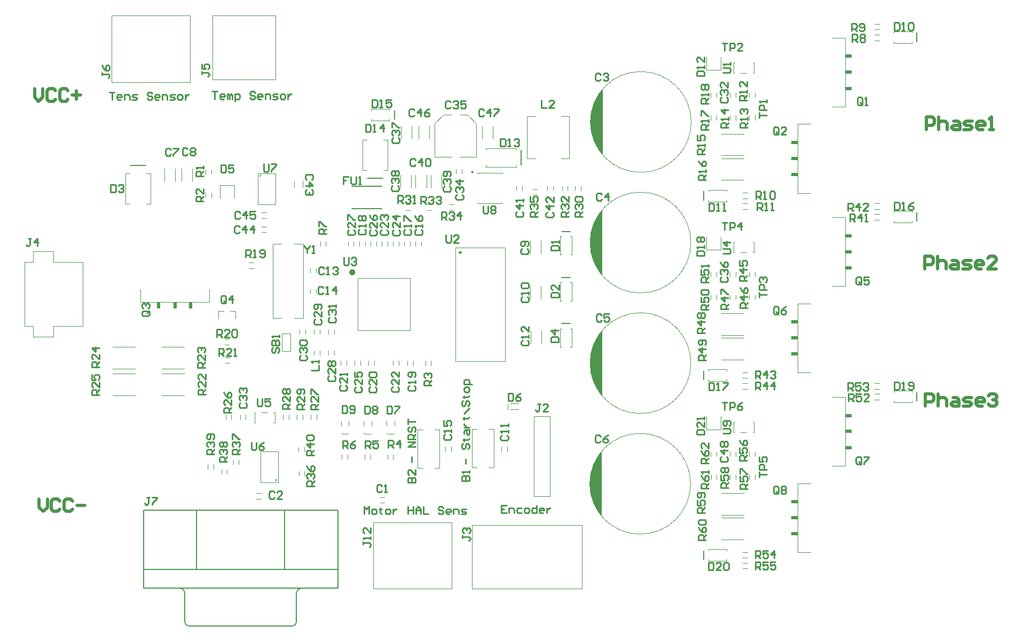
<source format=gto>
G04*
G04 #@! TF.GenerationSoftware,Altium Limited,Altium Designer,22.6.1 (34)*
G04*
G04 Layer_Color=65535*
%FSLAX44Y44*%
%MOMM*%
G71*
G04*
G04 #@! TF.SameCoordinates,23C4D601-C5C1-42F0-A970-71E03A1B6A10*
G04*
G04*
G04 #@! TF.FilePolarity,Positive*
G04*
G01*
G75*
%ADD10C,0.2100*%
%ADD11C,0.2500*%
%ADD12C,0.6000*%
%ADD13C,0.3000*%
%ADD14C,0.2000*%
%ADD15C,0.1000*%
%ADD16C,0.1500*%
%ADD17C,0.5000*%
%ADD18C,0.2540*%
%ADD19R,1.0250X0.5500*%
%ADD20R,1.0000X0.5500*%
%ADD21R,0.5500X1.0250*%
%ADD22R,0.5500X1.0000*%
G36*
X520089Y-549067D02*
Y-650959D01*
X517864Y-648308D01*
X513895Y-642639D01*
X510434Y-636645D01*
X507509Y-630373D01*
X505142Y-623869D01*
X503351Y-617184D01*
X502149Y-610368D01*
X501546Y-603474D01*
X501546Y-596553D01*
X502149Y-589658D01*
X503351Y-582842D01*
X505142Y-576157D01*
X507509Y-569653D01*
X510434Y-563381D01*
X513895Y-557387D01*
X517864Y-551718D01*
X520089Y-549067D01*
X520089Y-549067D01*
D02*
G37*
G36*
X520589Y-357733D02*
Y-459626D01*
X518364Y-456975D01*
X514395Y-451306D01*
X510934Y-445312D01*
X508009Y-439039D01*
X505642Y-432536D01*
X503851Y-425851D01*
X502649Y-419035D01*
X502046Y-412140D01*
X502046Y-405219D01*
X502649Y-398325D01*
X503851Y-391509D01*
X505642Y-384824D01*
X508009Y-378320D01*
X510934Y-372048D01*
X514395Y-366054D01*
X518364Y-360384D01*
X520589Y-357733D01*
X520589Y-357733D01*
D02*
G37*
G36*
Y-166400D02*
Y-268293D01*
X518364Y-265642D01*
X514395Y-259972D01*
X510934Y-253979D01*
X508009Y-247706D01*
X505642Y-241203D01*
X503851Y-234517D01*
X502649Y-227702D01*
X502046Y-220807D01*
X502046Y-213886D01*
X502649Y-206991D01*
X503851Y-200175D01*
X505642Y-193490D01*
X508009Y-186987D01*
X510934Y-180714D01*
X514395Y-174720D01*
X518364Y-169051D01*
X520589Y-166400D01*
X520589Y-166400D01*
D02*
G37*
G36*
X521089Y24933D02*
Y-76959D01*
X518864Y-74308D01*
X514895Y-68639D01*
X511434Y-62645D01*
X508509Y-56373D01*
X506142Y-49869D01*
X504351Y-43184D01*
X503149Y-36368D01*
X502546Y-29474D01*
X502546Y-22553D01*
X503149Y-15658D01*
X504351Y-8842D01*
X506142Y-2157D01*
X508509Y4347D01*
X511434Y10619D01*
X514895Y16613D01*
X518865Y22282D01*
X521089Y24933D01*
X521089Y24933D01*
D02*
G37*
D10*
X316250Y-105550D02*
G03*
X316250Y-105550I-1000J0D01*
G01*
D11*
X-20750Y-111350D02*
G03*
X-20750Y-111350I-500J0D01*
G01*
X4250Y-594210D02*
G03*
X4250Y-594210I-500J0D01*
G01*
D12*
X127000Y-264500D02*
G03*
X127000Y-264500I-2000J0D01*
G01*
D13*
X297220Y-233100D02*
G03*
X297220Y-233100I-1000J0D01*
G01*
D14*
X43550Y-765850D02*
G03*
X36600Y-772800I0J-6950D01*
G01*
X29600Y-825800D02*
G03*
X36550Y-818850I0J6950D01*
G01*
X-140700Y-772800D02*
G03*
X-147650Y-765850I-6950J0D01*
G01*
X-140650Y-818850D02*
G03*
X-133700Y-825800I6950J0D01*
G01*
X-206050Y-735800D02*
X101950D01*
X-206050Y-765800D02*
Y-641800D01*
X101950Y-765800D02*
Y-641800D01*
X-133700Y-825800D02*
X29600D01*
X-206050Y-641800D02*
X101950D01*
X-122050Y-735800D02*
Y-641800D01*
X-206050Y-765800D02*
X101950D01*
X17950Y-735800D02*
Y-641800D01*
X36600Y-818800D02*
Y-772800D01*
X-140700Y-818800D02*
Y-772800D01*
X682000Y-720000D02*
Y-706000D01*
X1020500Y-468500D02*
Y-454500D01*
X682000Y-434850D02*
Y-420850D01*
X1020500Y-183350D02*
Y-169350D01*
X191750Y-21500D02*
Y-7500D01*
X149000Y-115250D02*
X173250D01*
X393000Y-94500D02*
Y-70250D01*
X682000Y-150000D02*
Y-136000D01*
X1020500Y101500D02*
Y115500D01*
X457000Y-346000D02*
X471000D01*
X-226750Y-95250D02*
X-202500D01*
X457000Y-273000D02*
X471000D01*
X457000Y-200000D02*
X471000D01*
D15*
X661500Y-600000D02*
G03*
X661500Y-600000I-80000J0D01*
G01*
X662000Y-408667D02*
G03*
X662000Y-408667I-80000J0D01*
G01*
Y-217333D02*
G03*
X662000Y-217333I-80000J0D01*
G01*
X662500Y-26000D02*
G03*
X662500Y-26000I-80000J0D01*
G01*
X-1000Y-219500D02*
X12750D01*
X33250D02*
X47500D01*
X33250Y-337250D02*
X47500D01*
X-1000D02*
X12750D01*
X-1000D02*
Y-219500D01*
X47500Y-337250D02*
Y-219500D01*
X729500Y-518250D02*
Y-502000D01*
X761500Y-518250D02*
Y-502000D01*
X760000Y-518250D02*
X761500D01*
X740750D02*
X750250D01*
X729500D02*
X731250D01*
X729500Y-502000D02*
X731250D01*
X760000D02*
X761500D01*
X323000Y-107050D02*
X363000D01*
Y-108050D02*
Y-107050D01*
X323000Y-108050D02*
Y-107050D01*
Y-155300D02*
X363000D01*
X323000D02*
Y-154300D01*
X363000Y-155300D02*
Y-154300D01*
X-24750Y-156850D02*
Y-107850D01*
X3250D01*
X-24750Y-156850D02*
X3250D01*
Y-107850D01*
X7250Y-597710D02*
Y-548710D01*
X-20750Y-597710D02*
X7250D01*
X-20750Y-548710D02*
X7250D01*
X-20750Y-597710D02*
Y-548710D01*
X2000Y-503500D02*
Y-487250D01*
X-30000Y-503500D02*
Y-487250D01*
X-28500D01*
X-18750D02*
X-9250D01*
X250D02*
X2000D01*
X250Y-503500D02*
X2000D01*
X-30000D02*
X-28500D01*
X729500Y-233100D02*
Y-216850D01*
X761500Y-233100D02*
Y-216850D01*
X760000Y-233100D02*
X761500D01*
X740750D02*
X750250D01*
X729500D02*
X731250D01*
X729500Y-216850D02*
X731250D01*
X760000D02*
X761500D01*
X133500Y-356500D02*
Y-273500D01*
X216500Y-356500D02*
Y-273500D01*
X133500D02*
X216500D01*
X133500Y-356500D02*
X216500D01*
X367340Y-405820D02*
Y-225480D01*
X288600Y-405820D02*
X367340D01*
X288600D02*
Y-225480D01*
X367340D01*
X729500Y51750D02*
Y68000D01*
X761500Y51750D02*
Y68000D01*
X760000Y51750D02*
X761500D01*
X740750D02*
X750250D01*
X729500D02*
X731250D01*
X729500Y68000D02*
X731250D01*
X760000D02*
X761500D01*
X13000Y-389750D02*
X27000D01*
X13000D02*
Y-361750D01*
X27000Y-389750D02*
Y-361750D01*
X13000D02*
X27000D01*
X702500Y-556500D02*
Y-549500D01*
X693500Y-556500D02*
Y-549500D01*
X702750Y-592750D02*
Y-585750D01*
X693750Y-592750D02*
Y-585750D01*
X710499Y-653746D02*
X745499D01*
X710499Y-688247D02*
X745499D01*
X710500Y-614750D02*
X745500D01*
X710500Y-649250D02*
X745500D01*
X733000Y-592650D02*
Y-585650D01*
X724000Y-592650D02*
Y-585650D01*
X763500Y-592650D02*
Y-585650D01*
X754500Y-592650D02*
Y-585650D01*
X763500Y-556500D02*
Y-549500D01*
X754500Y-556500D02*
Y-549500D01*
X744500Y-734500D02*
X751500D01*
X744500Y-725500D02*
X751500D01*
X744500Y-717500D02*
X751500D01*
X744500Y-708500D02*
X751500D01*
X953500Y-440500D02*
X960500D01*
X953500Y-449500D02*
X960500D01*
X953500Y-457500D02*
X960500D01*
X953500Y-466500D02*
X960500D01*
X702500Y-271350D02*
Y-264350D01*
X693500Y-271350D02*
Y-264350D01*
X702500Y-307500D02*
Y-300500D01*
X693500Y-307500D02*
Y-300500D01*
X710499Y-368597D02*
X745499D01*
X710499Y-403097D02*
X745499D01*
X710500Y-329600D02*
X745500D01*
X710500Y-364100D02*
X745500D01*
X733000Y-307500D02*
Y-300500D01*
X724000Y-307500D02*
Y-300500D01*
X763500Y-307500D02*
Y-300500D01*
X754500Y-307500D02*
Y-300500D01*
X763500Y-271350D02*
Y-264350D01*
X754500Y-271350D02*
Y-264350D01*
X744500Y-449350D02*
X751500D01*
X744500Y-440350D02*
X751500D01*
X744500Y-432350D02*
X751500D01*
X744500Y-423350D02*
X751500D01*
X953500Y-155350D02*
X960500D01*
X953500Y-164350D02*
X960500D01*
X953500Y-172350D02*
X960500D01*
X953500Y-181350D02*
X960500D01*
X40000Y-548750D02*
Y-541750D01*
X49000Y-548750D02*
Y-541750D01*
X-95000Y-576500D02*
Y-569500D01*
X-104000Y-576500D02*
Y-569500D01*
X-73500Y-584550D02*
Y-577550D01*
X-82500Y-584550D02*
Y-577550D01*
X-55000Y-569000D02*
Y-562000D01*
X-64000Y-569000D02*
Y-562000D01*
X49250Y-587250D02*
Y-580250D01*
X40250Y-587250D02*
Y-580250D01*
X411500Y-132750D02*
X418500D01*
X411500Y-141750D02*
X418500D01*
X278500Y-165750D02*
X285500D01*
X278500Y-156750D02*
X285500D01*
X243500D02*
X250500D01*
X243500Y-165750D02*
X250500D01*
X457500Y-134750D02*
Y-127750D01*
X466500Y-134750D02*
Y-127750D01*
X209500Y-156750D02*
X216500D01*
X209500Y-165750D02*
X216500D01*
X487500Y-134750D02*
Y-127750D01*
X478500Y-134750D02*
Y-127750D01*
X46250Y-497750D02*
Y-490750D01*
X37250Y-497750D02*
Y-490750D01*
X24250Y-497750D02*
Y-490750D01*
X15250Y-497750D02*
Y-490750D01*
X68250Y-497750D02*
Y-490750D01*
X59250Y-497750D02*
Y-490750D01*
X-75750Y-497750D02*
Y-490750D01*
X-66750Y-497750D02*
Y-490750D01*
X-254750Y-425000D02*
X-219750D01*
X-254750Y-459500D02*
X-219750D01*
X-254750Y-382750D02*
X-219750D01*
X-254750Y-417250D02*
X-219750D01*
X-176750Y-382750D02*
X-141750D01*
X-176750Y-417250D02*
X-141750D01*
X-176750Y-425000D02*
X-141750D01*
X-176750Y-459500D02*
X-141750D01*
X-76750Y-408500D02*
X-69750D01*
X-76750Y-399500D02*
X-69750D01*
X-77000Y-370500D02*
X-70000D01*
X-77000Y-379500D02*
X-70000D01*
X-38750Y-258000D02*
X-31750D01*
X-38750Y-249000D02*
X-31750D01*
X702500Y13500D02*
Y20500D01*
X693500Y13500D02*
Y20500D01*
X702500Y-22650D02*
Y-15650D01*
X693500Y-22650D02*
Y-15650D01*
X710499Y-83747D02*
X745499D01*
X710499Y-118247D02*
X745499D01*
X710500Y-44750D02*
X745500D01*
X710500Y-79250D02*
X745500D01*
X733000Y-22650D02*
Y-15650D01*
X724000Y-22650D02*
Y-15650D01*
X763500Y-22650D02*
Y-15650D01*
X754500Y-22650D02*
Y-15650D01*
X763500Y13500D02*
Y20500D01*
X754500Y13500D02*
Y20500D01*
X744500Y-164500D02*
X751500D01*
X744500Y-155500D02*
X751500D01*
X744500Y-147500D02*
X751500D01*
X744500Y-138500D02*
X751500D01*
X953500Y129500D02*
X960500D01*
X953500Y120500D02*
X960500D01*
X953500Y112500D02*
X960500D01*
X953500Y103500D02*
X960500D01*
X83000Y-222500D02*
Y-215500D01*
X74000Y-222500D02*
Y-215500D01*
X117500Y-560750D02*
Y-553750D01*
X108500Y-560750D02*
Y-553750D01*
X153625Y-560750D02*
Y-553750D01*
X144625Y-560750D02*
Y-553750D01*
X189750Y-560750D02*
Y-553750D01*
X180750Y-560750D02*
Y-553750D01*
X249750Y-412250D02*
Y-405250D01*
X240750Y-412250D02*
Y-405250D01*
X-98750Y-145500D02*
Y-138500D01*
X-107750Y-145500D02*
Y-138500D01*
X-98750Y-108500D02*
Y-101500D01*
X-107750Y-108500D02*
Y-101500D01*
X831500Y-708750D02*
Y-599250D01*
Y-708750D02*
X851500D01*
X831500Y-599250D02*
X851500D01*
X906750Y-571750D02*
Y-462250D01*
X886750D02*
X906750D01*
X886750Y-571750D02*
X906750D01*
X831500Y-423600D02*
Y-314100D01*
Y-423600D02*
X851500D01*
X831500Y-314100D02*
X851500D01*
X906750Y-286600D02*
Y-177100D01*
X886750D02*
X906750D01*
X886750Y-286600D02*
X906750D01*
X-87250Y-326250D02*
X-79000D01*
X-68500D02*
X-60250D01*
Y-338000D02*
Y-326250D01*
X-87250Y-338000D02*
Y-326250D01*
X-211000Y-311500D02*
X-101500D01*
Y-291500D01*
X-211000Y-311500D02*
Y-291500D01*
X831500Y-138750D02*
Y-29250D01*
Y-138750D02*
X851500D01*
X831500Y-29250D02*
X851500D01*
X906750Y-1750D02*
Y107750D01*
X886750D02*
X906750D01*
X886750Y-1750D02*
X906750D01*
X402000Y-84000D02*
X416000D01*
X402000Y-17500D02*
X416000D01*
X402000Y-84000D02*
Y-17500D01*
X456000D02*
X469000D01*
X456000Y-84000D02*
X469000D01*
Y-17500D01*
X73500Y-395500D02*
Y-388500D01*
X64500Y-395500D02*
Y-388500D01*
X282500Y-766500D02*
Y-661000D01*
X158000Y-766500D02*
X282500D01*
X158000Y-661000D02*
X282500D01*
X158000Y-766500D02*
Y-661000D01*
X-256500Y37250D02*
Y142750D01*
X-132000D01*
X-256500Y37250D02*
X-132000D01*
Y142750D01*
X-97000Y41250D02*
Y143250D01*
X3000D01*
X-97000Y41250D02*
X3000D01*
Y143250D01*
X-380996Y-248000D02*
Y-231250D01*
X-348746D01*
Y-248000D02*
Y-231250D01*
Y-248000D02*
X-301996D01*
Y-350250D02*
Y-248000D01*
X-348746Y-350250D02*
X-301996D01*
X-348746Y-366750D02*
Y-350250D01*
X-380996Y-366750D02*
X-348746D01*
X-380996D02*
Y-350250D01*
X-394496D02*
X-380996D01*
X-394496D02*
Y-248000D01*
X-380996D01*
X489250Y-766750D02*
Y-665250D01*
X314500Y-766750D02*
X489250D01*
X314500Y-665250D02*
X489250D01*
X314500Y-766750D02*
Y-665250D01*
X413300Y-620250D02*
X438700D01*
X413300D02*
Y-493250D01*
X438700Y-620250D02*
Y-493250D01*
X413300D02*
X438700D01*
X686500Y-513750D02*
Y-493000D01*
Y-513750D02*
X709500D01*
Y-493000D01*
X689750Y-722250D02*
X718750D01*
X689750Y-703750D02*
X718750D01*
Y-722250D02*
Y-720000D01*
Y-706000D02*
Y-703750D01*
X689750Y-706000D02*
Y-703750D01*
Y-722250D02*
Y-720000D01*
X983750Y-452250D02*
X1012750D01*
X983750Y-470750D02*
X1012750D01*
X983750Y-454500D02*
Y-452250D01*
Y-470750D02*
Y-468500D01*
X1012750Y-470750D02*
Y-468500D01*
Y-454500D02*
Y-452250D01*
X686500Y-229000D02*
Y-208250D01*
Y-229000D02*
X709500D01*
Y-208250D01*
X689750Y-437100D02*
X718750D01*
X689750Y-418600D02*
X718750D01*
Y-437100D02*
Y-434850D01*
Y-420850D02*
Y-418600D01*
X689750Y-420850D02*
Y-418600D01*
Y-437100D02*
Y-434850D01*
X983750Y-167100D02*
X1012750D01*
X983750Y-185600D02*
X1012750D01*
X983750Y-169350D02*
Y-167100D01*
Y-185600D02*
Y-183350D01*
X1012750Y-185600D02*
Y-183350D01*
Y-169350D02*
Y-167100D01*
X155000Y-5250D02*
X184000D01*
X155000Y-23750D02*
X184000D01*
X155000Y-7500D02*
Y-5250D01*
Y-23750D02*
Y-21500D01*
X184000Y-23750D02*
Y-21500D01*
Y-7500D02*
Y-5250D01*
X174000Y-54500D02*
X181000D01*
X141000D02*
X148000D01*
X141000Y-103000D02*
X148000D01*
X174000D02*
X181000D01*
X141000D02*
Y-54500D01*
X181000Y-103000D02*
Y-54500D01*
X336500Y-70750D02*
Y-67500D01*
Y-97500D02*
Y-94500D01*
X385250Y-97500D02*
Y-94250D01*
Y-70750D02*
Y-67500D01*
X336500Y-97500D02*
X385250D01*
X336500Y-67500D02*
X385250D01*
X686500Y56250D02*
Y77000D01*
Y56250D02*
X709500D01*
Y77000D01*
X689750Y-152250D02*
X718750D01*
X689750Y-133750D02*
X718750D01*
Y-152250D02*
Y-150000D01*
Y-136000D02*
Y-133750D01*
X689750Y-136000D02*
Y-133750D01*
Y-152250D02*
Y-150000D01*
X983750Y117750D02*
X1012750D01*
X983750Y99250D02*
X1012750D01*
X983750Y115500D02*
Y117750D01*
Y99250D02*
Y101500D01*
X1012750Y99250D02*
Y101500D01*
Y115500D02*
Y117750D01*
X107000Y-508500D02*
Y-500500D01*
X119500Y-508500D02*
Y-500500D01*
X117750Y-521250D02*
X119500Y-519500D01*
X107000Y-519500D02*
X108750Y-521250D01*
X117750D01*
X143125Y-508500D02*
Y-500500D01*
X155625Y-508500D02*
Y-500500D01*
X153875Y-521250D02*
X155625Y-519500D01*
X143125Y-519500D02*
X144875Y-521250D01*
X153875D01*
X179250Y-508500D02*
Y-500500D01*
X191750Y-508500D02*
Y-500500D01*
X190000Y-521250D02*
X191750Y-519500D01*
X179250Y-519500D02*
X181000Y-521250D01*
X190000D01*
X371500Y-481750D02*
Y-473250D01*
X376000Y-473000D02*
X388250D01*
X376000Y-482000D02*
X388250D01*
X-61750Y-147000D02*
Y-126250D01*
X-84750D02*
X-61750D01*
X-84750Y-147000D02*
Y-126250D01*
X454750Y-382750D02*
Y-353750D01*
X473250Y-382750D02*
Y-353750D01*
X454750Y-382750D02*
X457000D01*
X471000D02*
X473250D01*
X471000Y-353750D02*
X473250D01*
X454750D02*
X457000D01*
X-234500Y-156000D02*
X-227500D01*
X-201500D02*
X-194500D01*
X-201500Y-107500D02*
X-194500D01*
X-234500D02*
X-227500D01*
X-194500Y-156000D02*
Y-107500D01*
X-234500Y-156000D02*
Y-107500D01*
X454750Y-309750D02*
Y-280750D01*
X473250Y-309750D02*
Y-280750D01*
X454750Y-309750D02*
X457000D01*
X471000D02*
X473250D01*
X471000Y-280750D02*
X473250D01*
X454750D02*
X457000D01*
X454750Y-236750D02*
Y-207750D01*
X473250Y-236750D02*
Y-207750D01*
X454750Y-236750D02*
X457000D01*
X471000D02*
X473250D01*
X471000Y-207750D02*
X473250D01*
X454750D02*
X457000D01*
X724000Y-556500D02*
Y-549500D01*
X733000Y-556500D02*
Y-549500D01*
X347500Y-52500D02*
Y-32500D01*
X330500Y-52500D02*
Y-32500D01*
X246750Y-52250D02*
Y-32250D01*
X229750Y-52250D02*
Y-32250D01*
X-18500Y-178500D02*
X-11500D01*
X-18500Y-169500D02*
X-11500D01*
X-18500Y-201250D02*
X-11500D01*
X-18500Y-192250D02*
X-11500D01*
X33000Y-130000D02*
Y-119500D01*
X46500Y-130000D02*
Y-119500D01*
X434500Y-134750D02*
Y-127750D01*
X443500Y-134750D02*
Y-127750D01*
X385500Y-134750D02*
Y-127750D01*
X394500Y-134750D02*
Y-127750D01*
X225500Y-130250D02*
Y-110250D01*
X242500Y-130250D02*
Y-110250D01*
X249500Y-130250D02*
Y-110250D01*
X266500Y-130250D02*
Y-110250D01*
X201500Y-130250D02*
Y-110250D01*
X218500Y-130250D02*
Y-110250D01*
X219250Y-52250D02*
Y-32250D01*
X202250Y-52250D02*
Y-32250D01*
X724000Y-271350D02*
Y-264350D01*
X733000Y-271350D02*
Y-264350D01*
X322020Y-81686D02*
Y-28600D01*
X255980Y-81686D02*
Y-28346D01*
X269950Y-14376D01*
X307796D02*
X322020Y-28600D01*
X295350Y-14376D02*
X307796D01*
X269950D02*
X282650D01*
X295350Y-81686D02*
X322020D01*
X255980D02*
X282650D01*
X298500Y-107750D02*
Y-100750D01*
X289500Y-107750D02*
Y-100750D01*
X-52750Y-497750D02*
Y-490750D01*
X-43750Y-497750D02*
Y-490750D01*
X724000Y13500D02*
Y20500D01*
X733000Y13500D02*
Y20500D01*
X87500Y-362500D02*
Y-355500D01*
X96500Y-362500D02*
Y-355500D01*
X41500Y-362700D02*
Y-355700D01*
X50500Y-362700D02*
Y-355700D01*
X64500Y-362500D02*
Y-355500D01*
X73500Y-362500D02*
Y-355500D01*
X87500Y-395500D02*
Y-388500D01*
X96500Y-395500D02*
Y-388500D01*
X118250Y-222750D02*
Y-215750D01*
X127250Y-222750D02*
Y-215750D01*
X154000Y-222750D02*
Y-215750D01*
X163000Y-222750D02*
Y-215750D01*
X137500Y-411500D02*
Y-404500D01*
X128500Y-411500D02*
Y-404500D01*
X189750Y-222750D02*
Y-215750D01*
X198750Y-222750D02*
Y-215750D01*
X171875Y-222750D02*
Y-215750D01*
X180875Y-222750D02*
Y-215750D01*
X198500Y-411500D02*
Y-404500D01*
X189500Y-411500D02*
Y-404500D01*
X106500Y-411500D02*
Y-404500D01*
X115500Y-411500D02*
Y-404500D01*
X159500Y-411500D02*
Y-404500D01*
X150500Y-411500D02*
Y-404500D01*
X212500Y-411700D02*
Y-404700D01*
X221500Y-411700D02*
Y-404700D01*
X136125Y-222750D02*
Y-215750D01*
X145125Y-222750D02*
Y-215750D01*
X207625Y-222750D02*
Y-215750D01*
X216625Y-222750D02*
Y-215750D01*
X225500Y-222750D02*
Y-215750D01*
X234500Y-222750D02*
Y-215750D01*
X272500Y-548500D02*
Y-541500D01*
X281500Y-548500D02*
Y-541500D01*
X58500Y-298500D02*
Y-291500D01*
X67500Y-298500D02*
Y-291500D01*
Y-265500D02*
Y-258500D01*
X58500Y-265500D02*
Y-258500D01*
X425000Y-377500D02*
Y-357500D01*
X408000Y-377500D02*
Y-357500D01*
X370500Y-548500D02*
Y-541500D01*
X361500Y-548500D02*
Y-541500D01*
X424000Y-306500D02*
Y-286500D01*
X407000Y-306500D02*
Y-286500D01*
X424000Y-234000D02*
Y-214000D01*
X407000Y-234000D02*
Y-214000D01*
X-129000Y-119750D02*
Y-99750D01*
X-146000Y-119750D02*
Y-99750D01*
X-156000Y-120250D02*
Y-100250D01*
X-173000Y-120250D02*
Y-100250D01*
X520089Y-650959D02*
Y-548730D01*
X520589Y-459626D02*
Y-357396D01*
Y-268293D02*
Y-166063D01*
X521089Y-76959D02*
Y25271D01*
X-27000Y-615000D02*
X-20000D01*
X-27000Y-624000D02*
X-20000D01*
X169300Y-621500D02*
X176300D01*
X169300Y-630500D02*
X176300D01*
X255250Y-513750D02*
X263500D01*
Y-575250D02*
Y-513750D01*
X255500Y-575250D02*
X263500D01*
X228500Y-575000D02*
X236750D01*
X228500D02*
Y-514000D01*
X236750D01*
X314500Y-574500D02*
X322750D01*
X314500D02*
Y-513000D01*
X322500D01*
X341250Y-513250D02*
X349500D01*
Y-574250D02*
Y-513250D01*
X341250Y-574250D02*
X349500D01*
D16*
X124000Y-163750D02*
X171500D01*
X124000Y-127750D02*
X171500D01*
D17*
X-372000Y-624006D02*
Y-637336D01*
X-365336Y-644000D01*
X-358671Y-637336D01*
Y-624006D01*
X-338677Y-627339D02*
X-342010Y-624006D01*
X-348674D01*
X-352006Y-627339D01*
Y-640668D01*
X-348674Y-644000D01*
X-342010D01*
X-338677Y-640668D01*
X-318684Y-627339D02*
X-322016Y-624006D01*
X-328681D01*
X-332013Y-627339D01*
Y-640668D01*
X-328681Y-644000D01*
X-322016D01*
X-318684Y-640668D01*
X-312019Y-634003D02*
X-298690D01*
X-379000Y26994D02*
Y13664D01*
X-372336Y7000D01*
X-365671Y13664D01*
Y26994D01*
X-345677Y23661D02*
X-349010Y26994D01*
X-355674D01*
X-359006Y23661D01*
Y10332D01*
X-355674Y7000D01*
X-349010D01*
X-345677Y10332D01*
X-325684Y23661D02*
X-329016Y26994D01*
X-335681D01*
X-339013Y23661D01*
Y10332D01*
X-335681Y7000D01*
X-329016D01*
X-325684Y10332D01*
X-319019Y16997D02*
X-305690D01*
X-312355Y23661D02*
Y10332D01*
X1034000Y-477000D02*
Y-457006D01*
X1043997D01*
X1047329Y-460339D01*
Y-467003D01*
X1043997Y-470336D01*
X1034000D01*
X1053994Y-457006D02*
Y-477000D01*
Y-467003D01*
X1057326Y-463671D01*
X1063990D01*
X1067323Y-467003D01*
Y-477000D01*
X1077319Y-463671D02*
X1083984D01*
X1087316Y-467003D01*
Y-477000D01*
X1077319D01*
X1073987Y-473668D01*
X1077319Y-470336D01*
X1087316D01*
X1093981Y-477000D02*
X1103978D01*
X1107310Y-473668D01*
X1103978Y-470336D01*
X1097313D01*
X1093981Y-467003D01*
X1097313Y-463671D01*
X1107310D01*
X1123971Y-477000D02*
X1117307D01*
X1113974Y-473668D01*
Y-467003D01*
X1117307Y-463671D01*
X1123971D01*
X1127303Y-467003D01*
Y-470336D01*
X1113974D01*
X1133968Y-460339D02*
X1137300Y-457006D01*
X1143965D01*
X1147297Y-460339D01*
Y-463671D01*
X1143965Y-467003D01*
X1140632D01*
X1143965D01*
X1147297Y-470336D01*
Y-473668D01*
X1143965Y-477000D01*
X1137300D01*
X1133968Y-473668D01*
X1033000Y-259000D02*
Y-239006D01*
X1042997D01*
X1046329Y-242339D01*
Y-249003D01*
X1042997Y-252335D01*
X1033000D01*
X1052994Y-239006D02*
Y-259000D01*
Y-249003D01*
X1056326Y-245671D01*
X1062990D01*
X1066323Y-249003D01*
Y-259000D01*
X1076319Y-245671D02*
X1082984D01*
X1086316Y-249003D01*
Y-259000D01*
X1076319D01*
X1072987Y-255668D01*
X1076319Y-252335D01*
X1086316D01*
X1092981Y-259000D02*
X1102978D01*
X1106310Y-255668D01*
X1102978Y-252335D01*
X1096313D01*
X1092981Y-249003D01*
X1096313Y-245671D01*
X1106310D01*
X1122971Y-259000D02*
X1116307D01*
X1112974Y-255668D01*
Y-249003D01*
X1116307Y-245671D01*
X1122971D01*
X1126303Y-249003D01*
Y-252335D01*
X1112974D01*
X1146297Y-259000D02*
X1132968D01*
X1146297Y-245671D01*
Y-242339D01*
X1142965Y-239006D01*
X1136300D01*
X1132968Y-242339D01*
X1035000Y-38000D02*
Y-18006D01*
X1044997D01*
X1048329Y-21339D01*
Y-28003D01*
X1044997Y-31335D01*
X1035000D01*
X1054994Y-18006D02*
Y-38000D01*
Y-28003D01*
X1058326Y-24671D01*
X1064990D01*
X1068323Y-28003D01*
Y-38000D01*
X1078319Y-24671D02*
X1084984D01*
X1088316Y-28003D01*
Y-38000D01*
X1078319D01*
X1074987Y-34668D01*
X1078319Y-31335D01*
X1088316D01*
X1094981Y-38000D02*
X1104977D01*
X1108310Y-34668D01*
X1104977Y-31335D01*
X1098313D01*
X1094981Y-28003D01*
X1098313Y-24671D01*
X1108310D01*
X1124971Y-38000D02*
X1118307D01*
X1114974Y-34668D01*
Y-28003D01*
X1118307Y-24671D01*
X1124971D01*
X1128303Y-28003D01*
Y-31335D01*
X1114974D01*
X1134968Y-38000D02*
X1141632D01*
X1138300D01*
Y-18006D01*
X1134968Y-21339D01*
D18*
X304463Y-568460D02*
Y-560463D01*
X300465Y-536470D02*
X298465Y-538470D01*
Y-542468D01*
X300465Y-544468D01*
X302464D01*
X304463Y-542468D01*
Y-538470D01*
X306463Y-536470D01*
X308462D01*
X310461Y-538470D01*
Y-542468D01*
X308462Y-544468D01*
X300465Y-530472D02*
X302464D01*
Y-532472D01*
Y-528473D01*
Y-530472D01*
X308462D01*
X310461Y-528473D01*
X302464Y-520476D02*
Y-516477D01*
X304463Y-514478D01*
X310461D01*
Y-520476D01*
X308462Y-522475D01*
X306463Y-520476D01*
Y-514478D01*
X302464Y-510479D02*
X310461D01*
X306463D01*
X304463Y-508479D01*
X302464Y-506480D01*
Y-504481D01*
X300465Y-496483D02*
X302464D01*
Y-498483D01*
Y-494484D01*
Y-496483D01*
X308462D01*
X310461Y-494484D01*
Y-480488D02*
X302464Y-488486D01*
X300465Y-468492D02*
X298465Y-470492D01*
Y-474490D01*
X300465Y-476490D01*
X302464D01*
X304463Y-474490D01*
Y-470492D01*
X306463Y-468492D01*
X308462D01*
X310461Y-470492D01*
Y-474490D01*
X308462Y-476490D01*
X300465Y-462494D02*
X302464D01*
Y-464494D01*
Y-460495D01*
Y-462494D01*
X308462D01*
X310461Y-460495D01*
Y-452497D02*
Y-448499D01*
X308462Y-446499D01*
X304463D01*
X302464Y-448499D01*
Y-452497D01*
X304463Y-454497D01*
X308462D01*
X310461Y-452497D01*
X314460Y-442501D02*
X302464D01*
Y-436503D01*
X304463Y-434503D01*
X308462D01*
X310461Y-436503D01*
Y-442501D01*
X219462Y-565460D02*
Y-557463D01*
X225460Y-541468D02*
X213464D01*
X225460Y-533470D01*
X213464D01*
X225460Y-529472D02*
X213464D01*
Y-523474D01*
X215463Y-521474D01*
X219462D01*
X221461Y-523474D01*
Y-529472D01*
Y-525473D02*
X225460Y-521474D01*
X215463Y-509478D02*
X213464Y-511478D01*
Y-515476D01*
X215463Y-517476D01*
X217463D01*
X219462Y-515476D01*
Y-511478D01*
X221461Y-509478D01*
X223461D01*
X225460Y-511478D01*
Y-515476D01*
X223461Y-517476D01*
X213464Y-505480D02*
Y-497482D01*
Y-501481D01*
X225460D01*
X143540Y-648210D02*
Y-636214D01*
X147539Y-640213D01*
X151537Y-636214D01*
Y-648210D01*
X157535D02*
X161534D01*
X163533Y-646211D01*
Y-642212D01*
X161534Y-640213D01*
X157535D01*
X155536Y-642212D01*
Y-646211D01*
X157535Y-648210D01*
X169532Y-638213D02*
Y-640213D01*
X167532D01*
X171531D01*
X169532D01*
Y-646211D01*
X171531Y-648210D01*
X179528D02*
X183527D01*
X185526Y-646211D01*
Y-642212D01*
X183527Y-640213D01*
X179528D01*
X177529Y-642212D01*
Y-646211D01*
X179528Y-648210D01*
X189525Y-640213D02*
Y-648210D01*
Y-644211D01*
X191525Y-642212D01*
X193524Y-640213D01*
X195523D01*
X213517Y-636214D02*
Y-648210D01*
Y-642212D01*
X221515D01*
Y-636214D01*
Y-648210D01*
X225513D02*
Y-640213D01*
X229512Y-636214D01*
X233511Y-640213D01*
Y-648210D01*
Y-642212D01*
X225513D01*
X237510Y-636214D02*
Y-648210D01*
X245507D01*
X269499Y-638213D02*
X267500Y-636214D01*
X263501D01*
X261502Y-638213D01*
Y-640213D01*
X263501Y-642212D01*
X267500D01*
X269499Y-644211D01*
Y-646211D01*
X267500Y-648210D01*
X263501D01*
X261502Y-646211D01*
X279496Y-648210D02*
X275497D01*
X273498Y-646211D01*
Y-642212D01*
X275497Y-640213D01*
X279496D01*
X281495Y-642212D01*
Y-644211D01*
X273498D01*
X285494Y-648210D02*
Y-640213D01*
X291492D01*
X293491Y-642212D01*
Y-648210D01*
X297490D02*
X303488D01*
X305488Y-646211D01*
X303488Y-644211D01*
X299489D01*
X297490Y-642212D01*
X299489Y-640213D01*
X305488D01*
X369537Y-634214D02*
X361540D01*
Y-646210D01*
X369537D01*
X361540Y-640212D02*
X365539D01*
X373536Y-646210D02*
Y-638213D01*
X379534D01*
X381534Y-640212D01*
Y-646210D01*
X393530Y-638213D02*
X387532D01*
X385532Y-640212D01*
Y-644211D01*
X387532Y-646210D01*
X393530D01*
X399528D02*
X403526D01*
X405526Y-644211D01*
Y-640212D01*
X403526Y-638213D01*
X399528D01*
X397528Y-640212D01*
Y-644211D01*
X399528Y-646210D01*
X417522Y-634214D02*
Y-646210D01*
X411524D01*
X409524Y-644211D01*
Y-640212D01*
X411524Y-638213D01*
X417522D01*
X427519Y-646210D02*
X423520D01*
X421521Y-644211D01*
Y-640212D01*
X423520Y-638213D01*
X427519D01*
X429518Y-640212D01*
Y-642211D01*
X421521D01*
X433517Y-638213D02*
Y-646210D01*
Y-642211D01*
X435516Y-640212D01*
X437515Y-638213D01*
X439515D01*
X-97210Y22285D02*
X-89213D01*
X-93211D01*
Y10289D01*
X-79216D02*
X-83215D01*
X-85214Y12288D01*
Y16287D01*
X-83215Y18286D01*
X-79216D01*
X-77217Y16287D01*
Y14287D01*
X-85214D01*
X-73218Y10289D02*
Y18286D01*
X-71218D01*
X-69219Y16287D01*
Y10289D01*
Y16287D01*
X-67220Y18286D01*
X-65220Y16287D01*
Y10289D01*
X-61222Y6290D02*
Y18286D01*
X-55224D01*
X-53224Y16287D01*
Y12288D01*
X-55224Y10289D01*
X-61222D01*
X-29232Y20285D02*
X-31231Y22285D01*
X-35230D01*
X-37229Y20285D01*
Y18286D01*
X-35230Y16287D01*
X-31231D01*
X-29232Y14287D01*
Y12288D01*
X-31231Y10289D01*
X-35230D01*
X-37229Y12288D01*
X-19235Y10289D02*
X-23234D01*
X-25233Y12288D01*
Y16287D01*
X-23234Y18286D01*
X-19235D01*
X-17236Y16287D01*
Y14287D01*
X-25233D01*
X-13237Y10289D02*
Y18286D01*
X-7239D01*
X-5240Y16287D01*
Y10289D01*
X-1241D02*
X4757D01*
X6756Y12288D01*
X4757Y14287D01*
X758D01*
X-1241Y16287D01*
X758Y18286D01*
X6756D01*
X12754Y10289D02*
X16753D01*
X18752Y12288D01*
Y16287D01*
X16753Y18286D01*
X12754D01*
X10755Y16287D01*
Y12288D01*
X12754Y10289D01*
X22751Y18286D02*
Y10289D01*
Y14287D01*
X24750Y16287D01*
X26750Y18286D01*
X28749D01*
X-260210Y21286D02*
X-252213D01*
X-256211D01*
Y9290D01*
X-242216D02*
X-246215D01*
X-248214Y11289D01*
Y15288D01*
X-246215Y17287D01*
X-242216D01*
X-240217Y15288D01*
Y13289D01*
X-248214D01*
X-236218Y9290D02*
Y17287D01*
X-230220D01*
X-228220Y15288D01*
Y9290D01*
X-224222D02*
X-218224D01*
X-216224Y11289D01*
X-218224Y13289D01*
X-222222D01*
X-224222Y15288D01*
X-222222Y17287D01*
X-216224D01*
X-192232Y19287D02*
X-194231Y21286D01*
X-198230D01*
X-200229Y19287D01*
Y17287D01*
X-198230Y15288D01*
X-194231D01*
X-192232Y13289D01*
Y11289D01*
X-194231Y9290D01*
X-198230D01*
X-200229Y11289D01*
X-182235Y9290D02*
X-186234D01*
X-188233Y11289D01*
Y15288D01*
X-186234Y17287D01*
X-182235D01*
X-180236Y15288D01*
Y13289D01*
X-188233D01*
X-176237Y9290D02*
Y17287D01*
X-170239D01*
X-168240Y15288D01*
Y9290D01*
X-164241D02*
X-158243D01*
X-156244Y11289D01*
X-158243Y13289D01*
X-162242D01*
X-164241Y15288D01*
X-162242Y17287D01*
X-156244D01*
X-150246Y9290D02*
X-146247D01*
X-144248Y11289D01*
Y15288D01*
X-146247Y17287D01*
X-150246D01*
X-152245Y15288D01*
Y11289D01*
X-150246Y9290D01*
X-140249Y17287D02*
Y9290D01*
Y13289D01*
X-138250Y15288D01*
X-136250Y17287D01*
X-134251D01*
X1501Y-613751D02*
X-499Y-611752D01*
X-4497D01*
X-6497Y-613751D01*
Y-621749D01*
X-4497Y-623748D01*
X-499D01*
X1501Y-621749D01*
X13497Y-623748D02*
X5499D01*
X13497Y-615751D01*
Y-613751D01*
X11497Y-611752D01*
X7499D01*
X5499Y-613751D01*
X142002Y-691998D02*
Y-695996D01*
Y-693997D01*
X151999D01*
X153998Y-695996D01*
Y-697996D01*
X151999Y-699995D01*
X153998Y-687999D02*
Y-684000D01*
Y-686000D01*
X142002D01*
X144001Y-687999D01*
X153998Y-670005D02*
Y-678002D01*
X146001Y-670005D01*
X144001D01*
X142002Y-672004D01*
Y-676003D01*
X144001Y-678002D01*
X172071Y-603451D02*
X170072Y-601452D01*
X166073D01*
X164074Y-603451D01*
Y-611449D01*
X166073Y-613448D01*
X170072D01*
X172071Y-611449D01*
X176070Y-613448D02*
X180069D01*
X178069D01*
Y-601452D01*
X176070Y-603451D01*
X711505Y-470752D02*
X719503D01*
X715504D01*
Y-482748D01*
X723501D02*
Y-470752D01*
X729499D01*
X731499Y-472751D01*
Y-476750D01*
X729499Y-478749D01*
X723501D01*
X743495Y-470752D02*
X739496Y-472751D01*
X735497Y-476750D01*
Y-480749D01*
X737497Y-482748D01*
X741496D01*
X743495Y-480749D01*
Y-478749D01*
X741496Y-476750D01*
X735497D01*
X711505Y-185602D02*
X719503D01*
X715504D01*
Y-197598D01*
X723501D02*
Y-185602D01*
X729499D01*
X731499Y-187601D01*
Y-191600D01*
X729499Y-193599D01*
X723501D01*
X741496Y-197598D02*
Y-185602D01*
X735497Y-191600D01*
X743495D01*
X711505Y99248D02*
X719503D01*
X715504D01*
Y87252D01*
X723501D02*
Y99248D01*
X729499D01*
X731499Y97249D01*
Y93250D01*
X729499Y91251D01*
X723501D01*
X743495Y87252D02*
X735497D01*
X743495Y95249D01*
Y97249D01*
X741496Y99248D01*
X737497D01*
X735497Y97249D01*
X770252Y-589245D02*
Y-581248D01*
Y-585247D01*
X782248D01*
Y-577249D02*
X770252D01*
Y-571251D01*
X772251Y-569252D01*
X776250D01*
X778249Y-571251D01*
Y-577249D01*
X770252Y-557256D02*
Y-565253D01*
X776250D01*
X774251Y-561255D01*
Y-559255D01*
X776250Y-557256D01*
X780249D01*
X782248Y-559255D01*
Y-563254D01*
X780249Y-565253D01*
X770252Y-304095D02*
Y-296098D01*
Y-300097D01*
X782248D01*
Y-292099D02*
X770252D01*
Y-286101D01*
X772251Y-284102D01*
X776250D01*
X778249Y-286101D01*
Y-292099D01*
X772251Y-280103D02*
X770252Y-278104D01*
Y-274105D01*
X772251Y-272106D01*
X774251D01*
X776250Y-274105D01*
Y-276105D01*
Y-274105D01*
X778249Y-272106D01*
X780249D01*
X782248Y-274105D01*
Y-278104D01*
X780249Y-280103D01*
X770252Y-19245D02*
Y-11248D01*
Y-15247D01*
X782248D01*
Y-7249D02*
X770252D01*
Y-1251D01*
X772251Y748D01*
X776250D01*
X778249Y-1251D01*
Y-7249D01*
X782248Y4747D02*
Y8745D01*
Y6746D01*
X770252D01*
X772251Y4747D01*
X440502Y-229997D02*
X452498D01*
Y-223999D01*
X450499Y-222000D01*
X442501D01*
X440502Y-223999D01*
Y-229997D01*
X452498Y-218001D02*
Y-214003D01*
Y-216002D01*
X440502D01*
X442501Y-218001D01*
X394251Y-227249D02*
X392252Y-229249D01*
Y-233247D01*
X394251Y-235247D01*
X402249D01*
X404248Y-233247D01*
Y-229249D01*
X402249Y-227249D01*
Y-223251D02*
X404248Y-221251D01*
Y-217253D01*
X402249Y-215253D01*
X394251D01*
X392252Y-217253D01*
Y-221251D01*
X394251Y-223251D01*
X396251D01*
X398250Y-221251D01*
Y-215253D01*
X332503Y-159002D02*
Y-168999D01*
X334503Y-170998D01*
X338501D01*
X340501Y-168999D01*
Y-159002D01*
X344499Y-161001D02*
X346499Y-159002D01*
X350497D01*
X352497Y-161001D01*
Y-163001D01*
X350497Y-165000D01*
X352497Y-166999D01*
Y-168999D01*
X350497Y-170998D01*
X346499D01*
X344499Y-168999D01*
Y-166999D01*
X346499Y-165000D01*
X344499Y-163001D01*
Y-161001D01*
X346499Y-165000D02*
X350497D01*
X49253Y-222002D02*
Y-224001D01*
X53251Y-228000D01*
X57250Y-224001D01*
Y-222002D01*
X53251Y-228000D02*
Y-233998D01*
X61249D02*
X65247D01*
X63248D01*
Y-222002D01*
X61249Y-224001D01*
X-15747Y-92802D02*
Y-102799D01*
X-13747Y-104798D01*
X-9749D01*
X-7749Y-102799D01*
Y-92802D01*
X-3751D02*
X4247D01*
Y-94801D01*
X-3751Y-102799D01*
Y-104798D01*
X-34997Y-534002D02*
Y-543999D01*
X-32997Y-545998D01*
X-28999D01*
X-26999Y-543999D01*
Y-534002D01*
X-15003D02*
X-19002Y-536001D01*
X-23001Y-540000D01*
Y-543999D01*
X-21001Y-545998D01*
X-17003D01*
X-15003Y-543999D01*
Y-541999D01*
X-17003Y-540000D01*
X-23001D01*
X-25497Y-464752D02*
Y-474749D01*
X-23497Y-476748D01*
X-19499D01*
X-17499Y-474749D01*
Y-464752D01*
X-5503D02*
X-13501D01*
Y-470750D01*
X-9502Y-468751D01*
X-7503D01*
X-5503Y-470750D01*
Y-474749D01*
X-7503Y-476748D01*
X-11501D01*
X-13501Y-474749D01*
X713002Y-519997D02*
X722999D01*
X724998Y-517997D01*
Y-513999D01*
X722999Y-511999D01*
X713002D01*
X722999Y-508001D02*
X724998Y-506001D01*
Y-502003D01*
X722999Y-500003D01*
X715001D01*
X713002Y-502003D01*
Y-506001D01*
X715001Y-508001D01*
X717001D01*
X719000Y-506001D01*
Y-500003D01*
X713002Y-234847D02*
X722999D01*
X724998Y-232847D01*
Y-228849D01*
X722999Y-226849D01*
X713002D01*
X724998Y-216853D02*
X713002D01*
X719000Y-222851D01*
Y-214853D01*
X713002Y52003D02*
X722999D01*
X724998Y54002D01*
Y58001D01*
X722999Y60000D01*
X713002D01*
X724998Y63999D02*
Y67997D01*
Y65998D01*
X713002D01*
X715001Y63999D01*
X111253Y-241002D02*
Y-250999D01*
X113253Y-252998D01*
X117251D01*
X119251Y-250999D01*
Y-241002D01*
X123249Y-243001D02*
X125249Y-241002D01*
X129247D01*
X131247Y-243001D01*
Y-245001D01*
X129247Y-247000D01*
X127248D01*
X129247D01*
X131247Y-248999D01*
Y-250999D01*
X129247Y-252998D01*
X125249D01*
X123249Y-250999D01*
X273548Y-205466D02*
Y-215463D01*
X275547Y-217462D01*
X279546D01*
X281545Y-215463D01*
Y-205466D01*
X293542Y-217462D02*
X285544D01*
X293542Y-209464D01*
Y-207465D01*
X291542Y-205466D01*
X287544D01*
X285544Y-207465D01*
X-999Y-383998D02*
X-2998Y-385997D01*
Y-389996D01*
X-999Y-391995D01*
X1001D01*
X3000Y-389996D01*
Y-385997D01*
X4999Y-383998D01*
X6999D01*
X8998Y-385997D01*
Y-389996D01*
X6999Y-391995D01*
X-2998Y-379999D02*
X8998D01*
Y-374001D01*
X6999Y-372002D01*
X4999D01*
X3000Y-374001D01*
Y-379999D01*
Y-374001D01*
X1001Y-372002D01*
X-999D01*
X-2998Y-374001D01*
Y-379999D01*
X8998Y-368003D02*
Y-364005D01*
Y-366004D01*
X-2998D01*
X-999Y-368003D01*
X63998Y-554745D02*
X52002D01*
Y-548747D01*
X54001Y-546747D01*
X58000D01*
X59999Y-548747D01*
Y-554745D01*
Y-550746D02*
X63998Y-546747D01*
Y-536751D02*
X52002D01*
X58000Y-542749D01*
Y-534751D01*
X54001Y-530753D02*
X52002Y-528753D01*
Y-524754D01*
X54001Y-522755D01*
X61999D01*
X63998Y-524754D01*
Y-528753D01*
X61999Y-530753D01*
X54001D01*
X-93752Y-553245D02*
X-105748D01*
Y-547247D01*
X-103749Y-545247D01*
X-99750D01*
X-97751Y-547247D01*
Y-553245D01*
Y-549246D02*
X-93752Y-545247D01*
X-103749Y-541249D02*
X-105748Y-539249D01*
Y-535251D01*
X-103749Y-533251D01*
X-101749D01*
X-99750Y-535251D01*
Y-537250D01*
Y-535251D01*
X-97751Y-533251D01*
X-95751D01*
X-93752Y-535251D01*
Y-539249D01*
X-95751Y-541249D01*
Y-529253D02*
X-93752Y-527253D01*
Y-523255D01*
X-95751Y-521255D01*
X-103749D01*
X-105748Y-523255D01*
Y-527253D01*
X-103749Y-529253D01*
X-101749D01*
X-99750Y-527253D01*
Y-521255D01*
X-73502Y-565245D02*
X-85498D01*
Y-559247D01*
X-83499Y-557247D01*
X-79500D01*
X-77501Y-559247D01*
Y-565245D01*
Y-561246D02*
X-73502Y-557247D01*
X-83499Y-553249D02*
X-85498Y-551249D01*
Y-547251D01*
X-83499Y-545251D01*
X-81499D01*
X-79500Y-547251D01*
Y-549250D01*
Y-547251D01*
X-77501Y-545251D01*
X-75501D01*
X-73502Y-547251D01*
Y-551249D01*
X-75501Y-553249D01*
X-83499Y-541253D02*
X-85498Y-539253D01*
Y-535255D01*
X-83499Y-533255D01*
X-81499D01*
X-79500Y-535255D01*
X-77501Y-533255D01*
X-75501D01*
X-73502Y-535255D01*
Y-539253D01*
X-75501Y-541253D01*
X-77501D01*
X-79500Y-539253D01*
X-81499Y-541253D01*
X-83499D01*
X-79500Y-539253D02*
Y-535255D01*
X-53252Y-553245D02*
X-65248D01*
Y-547247D01*
X-63249Y-545247D01*
X-59250D01*
X-57251Y-547247D01*
Y-553245D01*
Y-549246D02*
X-53252Y-545247D01*
X-63249Y-541249D02*
X-65248Y-539249D01*
Y-535251D01*
X-63249Y-533251D01*
X-61249D01*
X-59250Y-535251D01*
Y-537250D01*
Y-535251D01*
X-57251Y-533251D01*
X-55251D01*
X-53252Y-535251D01*
Y-539249D01*
X-55251Y-541249D01*
X-65248Y-529253D02*
Y-521255D01*
X-63249D01*
X-55251Y-529253D01*
X-53252D01*
X64748Y-603745D02*
X52752D01*
Y-597747D01*
X54751Y-595747D01*
X58750D01*
X60749Y-597747D01*
Y-603745D01*
Y-599746D02*
X64748Y-595747D01*
X54751Y-591749D02*
X52752Y-589749D01*
Y-585751D01*
X54751Y-583751D01*
X56751D01*
X58750Y-585751D01*
Y-587750D01*
Y-585751D01*
X60749Y-583751D01*
X62749D01*
X64748Y-585751D01*
Y-589749D01*
X62749Y-591749D01*
X52752Y-571755D02*
X54751Y-575754D01*
X58750Y-579753D01*
X62749D01*
X64748Y-577753D01*
Y-573755D01*
X62749Y-571755D01*
X60749D01*
X58750Y-573755D01*
Y-579753D01*
X418998Y-176245D02*
X407002D01*
Y-170247D01*
X409001Y-168247D01*
X413000D01*
X414999Y-170247D01*
Y-176245D01*
Y-172246D02*
X418998Y-168247D01*
X409001Y-164249D02*
X407002Y-162249D01*
Y-158251D01*
X409001Y-156251D01*
X411001D01*
X413000Y-158251D01*
Y-160250D01*
Y-158251D01*
X414999Y-156251D01*
X416999D01*
X418998Y-158251D01*
Y-162249D01*
X416999Y-164249D01*
X407002Y-144255D02*
Y-152253D01*
X413000D01*
X411001Y-148254D01*
Y-146255D01*
X413000Y-144255D01*
X416999D01*
X418998Y-146255D01*
Y-150253D01*
X416999Y-152253D01*
X266505Y-180998D02*
Y-169002D01*
X272503D01*
X274503Y-171001D01*
Y-175000D01*
X272503Y-176999D01*
X266505D01*
X270504D02*
X274503Y-180998D01*
X278501Y-171001D02*
X280501Y-169002D01*
X284499D01*
X286499Y-171001D01*
Y-173001D01*
X284499Y-175000D01*
X282500D01*
X284499D01*
X286499Y-176999D01*
Y-178999D01*
X284499Y-180998D01*
X280501D01*
X278501Y-178999D01*
X296495Y-180998D02*
Y-169002D01*
X290497Y-175000D01*
X298495D01*
X233755Y-155748D02*
Y-143752D01*
X239753D01*
X241753Y-145751D01*
Y-149750D01*
X239753Y-151749D01*
X233755D01*
X237754D02*
X241753Y-155748D01*
X245751Y-145751D02*
X247751Y-143752D01*
X251749D01*
X253749Y-145751D01*
Y-147751D01*
X251749Y-149750D01*
X249750D01*
X251749D01*
X253749Y-151749D01*
Y-153749D01*
X251749Y-155748D01*
X247751D01*
X245751Y-153749D01*
X257747Y-145751D02*
X259747Y-143752D01*
X263745D01*
X265745Y-145751D01*
Y-147751D01*
X263745Y-149750D01*
X261746D01*
X263745D01*
X265745Y-151749D01*
Y-153749D01*
X263745Y-155748D01*
X259747D01*
X257747Y-153749D01*
X467998Y-176245D02*
X456002D01*
Y-170247D01*
X458001Y-168247D01*
X462000D01*
X463999Y-170247D01*
Y-176245D01*
Y-172246D02*
X467998Y-168247D01*
X458001Y-164249D02*
X456002Y-162249D01*
Y-158251D01*
X458001Y-156251D01*
X460001D01*
X462000Y-158251D01*
Y-160250D01*
Y-158251D01*
X463999Y-156251D01*
X465999D01*
X467998Y-158251D01*
Y-162249D01*
X465999Y-164249D01*
X467998Y-144255D02*
Y-152253D01*
X460001Y-144255D01*
X458001D01*
X456002Y-146255D01*
Y-150253D01*
X458001Y-152253D01*
X197255Y-154748D02*
Y-142752D01*
X203253D01*
X205252Y-144751D01*
Y-148750D01*
X203253Y-150749D01*
X197255D01*
X201253D02*
X205252Y-154748D01*
X209251Y-144751D02*
X211250Y-142752D01*
X215249D01*
X217248Y-144751D01*
Y-146751D01*
X215249Y-148750D01*
X213249D01*
X215249D01*
X217248Y-150749D01*
Y-152749D01*
X215249Y-154748D01*
X211250D01*
X209251Y-152749D01*
X221247Y-154748D02*
X225245D01*
X223246D01*
Y-142752D01*
X221247Y-144751D01*
X489998Y-176245D02*
X478002D01*
Y-170247D01*
X480001Y-168247D01*
X484000D01*
X485999Y-170247D01*
Y-176245D01*
Y-172246D02*
X489998Y-168247D01*
X480001Y-164249D02*
X478002Y-162249D01*
Y-158251D01*
X480001Y-156251D01*
X482001D01*
X484000Y-158251D01*
Y-160250D01*
Y-158251D01*
X485999Y-156251D01*
X487999D01*
X489998Y-158251D01*
Y-162249D01*
X487999Y-164249D01*
X480001Y-152253D02*
X478002Y-150253D01*
Y-146255D01*
X480001Y-144255D01*
X487999D01*
X489998Y-146255D01*
Y-150253D01*
X487999Y-152253D01*
X480001D01*
X49248Y-481745D02*
X37252D01*
Y-475747D01*
X39251Y-473747D01*
X43250D01*
X45249Y-475747D01*
Y-481745D01*
Y-477746D02*
X49248Y-473747D01*
Y-461751D02*
Y-469749D01*
X41251Y-461751D01*
X39251D01*
X37252Y-463751D01*
Y-467749D01*
X39251Y-469749D01*
X47249Y-457753D02*
X49248Y-455753D01*
Y-451754D01*
X47249Y-449755D01*
X39251D01*
X37252Y-451754D01*
Y-455753D01*
X39251Y-457753D01*
X41251D01*
X43250Y-455753D01*
Y-449755D01*
X26498Y-481245D02*
X14502D01*
Y-475247D01*
X16501Y-473247D01*
X20500D01*
X22499Y-475247D01*
Y-481245D01*
Y-477246D02*
X26498Y-473247D01*
Y-461251D02*
Y-469249D01*
X18501Y-461251D01*
X16501D01*
X14502Y-463251D01*
Y-467249D01*
X16501Y-469249D01*
Y-457253D02*
X14502Y-455253D01*
Y-451255D01*
X16501Y-449255D01*
X18501D01*
X20500Y-451255D01*
X22499Y-449255D01*
X24499D01*
X26498Y-451255D01*
Y-455253D01*
X24499Y-457253D01*
X22499D01*
X20500Y-455253D01*
X18501Y-457253D01*
X16501D01*
X20500Y-455253D02*
Y-451255D01*
X70998Y-481995D02*
X59002D01*
Y-475997D01*
X61001Y-473997D01*
X65000D01*
X66999Y-475997D01*
Y-481995D01*
Y-477996D02*
X70998Y-473997D01*
Y-462001D02*
Y-469999D01*
X63001Y-462001D01*
X61001D01*
X59002Y-464001D01*
Y-467999D01*
X61001Y-469999D01*
X59002Y-458003D02*
Y-450005D01*
X61001D01*
X68999Y-458003D01*
X70998D01*
X-66752Y-486995D02*
X-78748D01*
Y-480997D01*
X-76749Y-478997D01*
X-72750D01*
X-70751Y-480997D01*
Y-486995D01*
Y-482996D02*
X-66752Y-478997D01*
Y-467001D02*
Y-474999D01*
X-74749Y-467001D01*
X-76749D01*
X-78748Y-469001D01*
Y-472999D01*
X-76749Y-474999D01*
X-78748Y-455005D02*
X-76749Y-459004D01*
X-72750Y-463003D01*
X-68751D01*
X-66752Y-461003D01*
Y-457005D01*
X-68751Y-455005D01*
X-70751D01*
X-72750Y-457005D01*
Y-463003D01*
X-276252Y-458995D02*
X-288248D01*
Y-452997D01*
X-286249Y-450997D01*
X-282250D01*
X-280251Y-452997D01*
Y-458995D01*
Y-454996D02*
X-276252Y-450997D01*
Y-439001D02*
Y-446999D01*
X-284249Y-439001D01*
X-286249D01*
X-288248Y-441001D01*
Y-444999D01*
X-286249Y-446999D01*
X-288248Y-427005D02*
Y-435003D01*
X-282250D01*
X-284249Y-431004D01*
Y-429005D01*
X-282250Y-427005D01*
X-278251D01*
X-276252Y-429005D01*
Y-433003D01*
X-278251Y-435003D01*
X-276252Y-414745D02*
X-288248D01*
Y-408747D01*
X-286249Y-406747D01*
X-282250D01*
X-280251Y-408747D01*
Y-414745D01*
Y-410746D02*
X-276252Y-406747D01*
Y-394751D02*
Y-402749D01*
X-284249Y-394751D01*
X-286249D01*
X-288248Y-396751D01*
Y-400749D01*
X-286249Y-402749D01*
X-276252Y-384754D02*
X-288248D01*
X-282250Y-390752D01*
Y-382755D01*
X-108502Y-415745D02*
X-120498D01*
Y-409747D01*
X-118499Y-407747D01*
X-114500D01*
X-112501Y-409747D01*
Y-415745D01*
Y-411746D02*
X-108502Y-407747D01*
Y-395751D02*
Y-403749D01*
X-116499Y-395751D01*
X-118499D01*
X-120498Y-397751D01*
Y-401749D01*
X-118499Y-403749D01*
Y-391753D02*
X-120498Y-389753D01*
Y-385755D01*
X-118499Y-383755D01*
X-116499D01*
X-114500Y-385755D01*
Y-387754D01*
Y-385755D01*
X-112501Y-383755D01*
X-110501D01*
X-108502Y-385755D01*
Y-389753D01*
X-110501Y-391753D01*
X-107502Y-458245D02*
X-119498D01*
Y-452247D01*
X-117499Y-450247D01*
X-113500D01*
X-111501Y-452247D01*
Y-458245D01*
Y-454246D02*
X-107502Y-450247D01*
Y-438251D02*
Y-446249D01*
X-115499Y-438251D01*
X-117499D01*
X-119498Y-440251D01*
Y-444249D01*
X-117499Y-446249D01*
X-107502Y-426255D02*
Y-434253D01*
X-115499Y-426255D01*
X-117499D01*
X-119498Y-428255D01*
Y-432253D01*
X-117499Y-434253D01*
X-86745Y-397248D02*
Y-385252D01*
X-80747D01*
X-78748Y-387251D01*
Y-391250D01*
X-80747Y-393249D01*
X-86745D01*
X-82747D02*
X-78748Y-397248D01*
X-66752D02*
X-74749D01*
X-66752Y-389251D01*
Y-387251D01*
X-68751Y-385252D01*
X-72750D01*
X-74749Y-387251D01*
X-62753Y-397248D02*
X-58755D01*
X-60754D01*
Y-385252D01*
X-62753Y-387251D01*
X-89745Y-367248D02*
Y-355252D01*
X-83747D01*
X-81747Y-357251D01*
Y-361250D01*
X-83747Y-363249D01*
X-89745D01*
X-85746D02*
X-81747Y-367248D01*
X-69751D02*
X-77749D01*
X-69751Y-359251D01*
Y-357251D01*
X-71751Y-355252D01*
X-75749D01*
X-77749Y-357251D01*
X-65753D02*
X-63753Y-355252D01*
X-59755D01*
X-57755Y-357251D01*
Y-365249D01*
X-59755Y-367248D01*
X-63753D01*
X-65753Y-365249D01*
Y-357251D01*
X-43952Y-240830D02*
Y-228834D01*
X-37954D01*
X-35955Y-230833D01*
Y-234832D01*
X-37954Y-236831D01*
X-43952D01*
X-39953D02*
X-35955Y-240830D01*
X-31956D02*
X-27957D01*
X-29957D01*
Y-228834D01*
X-31956Y-230833D01*
X-21959Y-238831D02*
X-19960Y-240830D01*
X-15961D01*
X-13962Y-238831D01*
Y-230833D01*
X-15961Y-228834D01*
X-19960D01*
X-21959Y-230833D01*
Y-232833D01*
X-19960Y-234832D01*
X-13962D01*
X689998Y-567395D02*
X678002D01*
Y-561397D01*
X680001Y-559397D01*
X684000D01*
X685999Y-561397D01*
Y-567395D01*
Y-563396D02*
X689998Y-559397D01*
X678002Y-547401D02*
X680001Y-551400D01*
X684000Y-555399D01*
X687999D01*
X689998Y-553399D01*
Y-549401D01*
X687999Y-547401D01*
X685999D01*
X684000Y-549401D01*
Y-555399D01*
X689998Y-535405D02*
Y-543403D01*
X682001Y-535405D01*
X680001D01*
X678002Y-537405D01*
Y-541403D01*
X680001Y-543403D01*
X689998Y-280245D02*
X678002D01*
Y-274247D01*
X680001Y-272248D01*
X684000D01*
X685999Y-274247D01*
Y-280245D01*
Y-276247D02*
X689998Y-272248D01*
X678002Y-260252D02*
Y-268249D01*
X684000D01*
X682001Y-264251D01*
Y-262251D01*
X684000Y-260252D01*
X687999D01*
X689998Y-262251D01*
Y-266250D01*
X687999Y-268249D01*
X689998Y-256253D02*
Y-252255D01*
Y-254254D01*
X678002D01*
X680001Y-256253D01*
X689998Y3605D02*
X678002D01*
Y9603D01*
X680001Y11602D01*
X684000D01*
X685999Y9603D01*
Y3605D01*
Y7604D02*
X689998Y11602D01*
Y15601D02*
Y19600D01*
Y17600D01*
X678002D01*
X680001Y15601D01*
Y25598D02*
X678002Y27597D01*
Y31596D01*
X680001Y33595D01*
X682001D01*
X684000Y31596D01*
X685999Y33595D01*
X687999D01*
X689998Y31596D01*
Y27597D01*
X687999Y25598D01*
X685999D01*
X684000Y27597D01*
X682001Y25598D01*
X680001D01*
X684000Y27597D02*
Y31596D01*
X690248Y-607245D02*
X678252D01*
Y-601247D01*
X680251Y-599248D01*
X684250D01*
X686249Y-601247D01*
Y-607245D01*
Y-603247D02*
X690248Y-599248D01*
X678252Y-587252D02*
X680251Y-591251D01*
X684250Y-595249D01*
X688249D01*
X690248Y-593250D01*
Y-589251D01*
X688249Y-587252D01*
X686249D01*
X684250Y-589251D01*
Y-595249D01*
X690248Y-583253D02*
Y-579255D01*
Y-581254D01*
X678252D01*
X680251Y-583253D01*
X689998Y-323995D02*
X678002D01*
Y-317997D01*
X680001Y-315997D01*
X684000D01*
X685999Y-317997D01*
Y-323995D01*
Y-319996D02*
X689998Y-315997D01*
X678002Y-304001D02*
Y-311999D01*
X684000D01*
X682001Y-308000D01*
Y-306001D01*
X684000Y-304001D01*
X687999D01*
X689998Y-306001D01*
Y-309999D01*
X687999Y-311999D01*
X680001Y-300003D02*
X678002Y-298003D01*
Y-294004D01*
X680001Y-292005D01*
X687999D01*
X689998Y-294004D01*
Y-298003D01*
X687999Y-300003D01*
X680001D01*
X689998Y-38145D02*
X678002D01*
Y-32147D01*
X680001Y-30148D01*
X684000D01*
X685999Y-32147D01*
Y-38145D01*
Y-34146D02*
X689998Y-30148D01*
Y-26149D02*
Y-22150D01*
Y-24150D01*
X678002D01*
X680001Y-26149D01*
X678002Y-16152D02*
Y-8155D01*
X680001D01*
X687999Y-16152D01*
X689998D01*
X685998Y-688995D02*
X674002D01*
Y-682997D01*
X676001Y-680997D01*
X680000D01*
X681999Y-682997D01*
Y-688995D01*
Y-684996D02*
X685998Y-680997D01*
X674002Y-669001D02*
X676001Y-673000D01*
X680000Y-676999D01*
X683999D01*
X685998Y-674999D01*
Y-671001D01*
X683999Y-669001D01*
X681999D01*
X680000Y-671001D01*
Y-676999D01*
X676001Y-665003D02*
X674002Y-663003D01*
Y-659004D01*
X676001Y-657005D01*
X683999D01*
X685998Y-659004D01*
Y-663003D01*
X683999Y-665003D01*
X676001D01*
X685998Y-403845D02*
X674002D01*
Y-397847D01*
X676001Y-395847D01*
X680000D01*
X681999Y-397847D01*
Y-403845D01*
Y-399846D02*
X685998Y-395847D01*
Y-385851D02*
X674002D01*
X680000Y-391849D01*
Y-383851D01*
X683999Y-379853D02*
X685998Y-377853D01*
Y-373854D01*
X683999Y-371855D01*
X676001D01*
X674002Y-373854D01*
Y-377853D01*
X676001Y-379853D01*
X678001D01*
X680000Y-377853D01*
Y-371855D01*
X685998Y-117995D02*
X674002D01*
Y-111997D01*
X676001Y-109998D01*
X680000D01*
X681999Y-111997D01*
Y-117995D01*
Y-113996D02*
X685998Y-109998D01*
Y-105999D02*
Y-102000D01*
Y-104000D01*
X674002D01*
X676001Y-105999D01*
X674002Y-88005D02*
X676001Y-92003D01*
X680000Y-96002D01*
X683999D01*
X685998Y-94003D01*
Y-90004D01*
X683999Y-88005D01*
X681999D01*
X680000Y-90004D01*
Y-96002D01*
X683998Y-645995D02*
X672002D01*
Y-639997D01*
X674001Y-637998D01*
X678000D01*
X679999Y-639997D01*
Y-645995D01*
Y-641997D02*
X683998Y-637998D01*
X672002Y-626002D02*
Y-633999D01*
X678000D01*
X676001Y-630001D01*
Y-628001D01*
X678000Y-626002D01*
X681999D01*
X683998Y-628001D01*
Y-632000D01*
X681999Y-633999D01*
Y-622003D02*
X683998Y-620004D01*
Y-616005D01*
X681999Y-614006D01*
X674001D01*
X672002Y-616005D01*
Y-620004D01*
X674001Y-622003D01*
X676001D01*
X678000Y-620004D01*
Y-614006D01*
X683998Y-360845D02*
X672002D01*
Y-354847D01*
X674001Y-352848D01*
X678000D01*
X679999Y-354847D01*
Y-360845D01*
Y-356847D02*
X683998Y-352848D01*
Y-342851D02*
X672002D01*
X678000Y-348849D01*
Y-340852D01*
X674001Y-336853D02*
X672002Y-334854D01*
Y-330855D01*
X674001Y-328856D01*
X676001D01*
X678000Y-330855D01*
X679999Y-328856D01*
X681999D01*
X683998Y-330855D01*
Y-334854D01*
X681999Y-336853D01*
X679999D01*
X678000Y-334854D01*
X676001Y-336853D01*
X674001D01*
X678000Y-334854D02*
Y-330855D01*
X683998Y-76995D02*
X672002D01*
Y-70997D01*
X674001Y-68998D01*
X678000D01*
X679999Y-70997D01*
Y-76995D01*
Y-72996D02*
X683998Y-68998D01*
Y-64999D02*
Y-61000D01*
Y-63000D01*
X672002D01*
X674001Y-64999D01*
X672002Y-47005D02*
Y-55002D01*
X678000D01*
X676001Y-51003D01*
Y-49004D01*
X678000Y-47005D01*
X681999D01*
X683998Y-49004D01*
Y-53003D01*
X681999Y-55002D01*
X721498Y-606145D02*
X709502D01*
Y-600147D01*
X711501Y-598147D01*
X715500D01*
X717499Y-600147D01*
Y-606145D01*
Y-602146D02*
X721498Y-598147D01*
X709502Y-586151D02*
Y-594149D01*
X715500D01*
X713501Y-590150D01*
Y-588151D01*
X715500Y-586151D01*
X719499D01*
X721498Y-588151D01*
Y-592149D01*
X719499Y-594149D01*
X711501Y-582152D02*
X709502Y-580153D01*
Y-576154D01*
X711501Y-574155D01*
X713501D01*
X715500Y-576154D01*
X717499Y-574155D01*
X719499D01*
X721498Y-576154D01*
Y-580153D01*
X719499Y-582152D01*
X717499D01*
X715500Y-580153D01*
X713501Y-582152D01*
X711501D01*
X715500Y-580153D02*
Y-576154D01*
X721498Y-322994D02*
X709502D01*
Y-316996D01*
X711501Y-314997D01*
X715500D01*
X717499Y-316996D01*
Y-322994D01*
Y-318995D02*
X721498Y-314997D01*
Y-305000D02*
X709502D01*
X715500Y-310998D01*
Y-303001D01*
X709502Y-299002D02*
Y-291005D01*
X711501D01*
X719499Y-299002D01*
X721498D01*
Y-35145D02*
X709502D01*
Y-29147D01*
X711501Y-27148D01*
X715500D01*
X717499Y-29147D01*
Y-35145D01*
Y-31146D02*
X721498Y-27148D01*
Y-23149D02*
Y-19150D01*
Y-21150D01*
X709502D01*
X711501Y-23149D01*
X721498Y-7154D02*
X709502D01*
X715500Y-13152D01*
Y-5155D01*
X751998Y-608144D02*
X740002D01*
Y-602146D01*
X742001Y-600147D01*
X746000D01*
X747999Y-602146D01*
Y-608144D01*
Y-604145D02*
X751998Y-600147D01*
X740002Y-588151D02*
Y-596148D01*
X746000D01*
X744001Y-592149D01*
Y-590150D01*
X746000Y-588151D01*
X749999D01*
X751998Y-590150D01*
Y-594149D01*
X749999Y-596148D01*
X740002Y-584152D02*
Y-576154D01*
X742001D01*
X749999Y-584152D01*
X751998D01*
X751998Y-320995D02*
X740002D01*
Y-314997D01*
X742001Y-312997D01*
X746000D01*
X747999Y-314997D01*
Y-320995D01*
Y-316996D02*
X751998Y-312997D01*
Y-303001D02*
X740002D01*
X746000Y-308999D01*
Y-301001D01*
X740002Y-289005D02*
X742001Y-293004D01*
X746000Y-297003D01*
X749999D01*
X751998Y-295003D01*
Y-291005D01*
X749999Y-289005D01*
X747999D01*
X746000Y-291005D01*
Y-297003D01*
X751998Y-35145D02*
X740002D01*
Y-29147D01*
X742001Y-27148D01*
X746000D01*
X747999Y-29147D01*
Y-35145D01*
Y-31146D02*
X751998Y-27148D01*
Y-23149D02*
Y-19150D01*
Y-21150D01*
X740002D01*
X742001Y-23149D01*
Y-13152D02*
X740002Y-11153D01*
Y-7154D01*
X742001Y-5155D01*
X744001D01*
X746000Y-7154D01*
Y-9154D01*
Y-7154D01*
X747999Y-5155D01*
X749999D01*
X751998Y-7154D01*
Y-11153D01*
X749999Y-13152D01*
X750998Y-562995D02*
X739002D01*
Y-556997D01*
X741001Y-554997D01*
X745000D01*
X746999Y-556997D01*
Y-562995D01*
Y-558996D02*
X750998Y-554997D01*
X739002Y-543001D02*
Y-550999D01*
X745000D01*
X743001Y-547000D01*
Y-545001D01*
X745000Y-543001D01*
X748999D01*
X750998Y-545001D01*
Y-548999D01*
X748999Y-550999D01*
X739002Y-531005D02*
X741001Y-535004D01*
X745000Y-539003D01*
X748999D01*
X750998Y-537003D01*
Y-533004D01*
X748999Y-531005D01*
X746999D01*
X745000Y-533004D01*
Y-539003D01*
X750998Y-277845D02*
X739002D01*
Y-271847D01*
X741001Y-269847D01*
X745000D01*
X746999Y-271847D01*
Y-277845D01*
Y-273846D02*
X750998Y-269847D01*
Y-259851D02*
X739002D01*
X745000Y-265849D01*
Y-257851D01*
X739002Y-245855D02*
Y-253853D01*
X745000D01*
X743001Y-249854D01*
Y-247855D01*
X745000Y-245855D01*
X748999D01*
X750998Y-247855D01*
Y-251853D01*
X748999Y-253853D01*
X750998Y8005D02*
X739002D01*
Y14003D01*
X741001Y16002D01*
X745000D01*
X746999Y14003D01*
Y8005D01*
Y12004D02*
X750998Y16002D01*
Y20001D02*
Y24000D01*
Y22000D01*
X739002D01*
X741001Y20001D01*
X750998Y37995D02*
Y29998D01*
X743001Y37995D01*
X741001D01*
X739002Y35996D01*
Y31997D01*
X741001Y29998D01*
X764005Y-735998D02*
Y-724002D01*
X770003D01*
X772003Y-726001D01*
Y-730000D01*
X770003Y-731999D01*
X764005D01*
X768004D02*
X772003Y-735998D01*
X783999Y-724002D02*
X776001D01*
Y-730000D01*
X780000Y-728001D01*
X781999D01*
X783999Y-730000D01*
Y-733999D01*
X781999Y-735998D01*
X778001D01*
X776001Y-733999D01*
X795995Y-724002D02*
X787997D01*
Y-730000D01*
X791996Y-728001D01*
X793996D01*
X795995Y-730000D01*
Y-733999D01*
X793996Y-735998D01*
X789997D01*
X787997Y-733999D01*
X764005Y-450848D02*
Y-438852D01*
X770003D01*
X772003Y-440851D01*
Y-444850D01*
X770003Y-446849D01*
X764005D01*
X768004D02*
X772003Y-450848D01*
X781999D02*
Y-438852D01*
X776001Y-444850D01*
X783999D01*
X793996Y-450848D02*
Y-438852D01*
X787997Y-444850D01*
X795995D01*
X767004Y-165998D02*
Y-154002D01*
X773002D01*
X775002Y-156001D01*
Y-160000D01*
X773002Y-161999D01*
X767004D01*
X771003D02*
X775002Y-165998D01*
X779000D02*
X782999D01*
X781000D01*
Y-154002D01*
X779000Y-156001D01*
X788997Y-165998D02*
X792996D01*
X790996D01*
Y-154002D01*
X788997Y-156001D01*
X764005Y-717998D02*
Y-706002D01*
X770003D01*
X772003Y-708001D01*
Y-712000D01*
X770003Y-713999D01*
X764005D01*
X768004D02*
X772003Y-717998D01*
X783999Y-706002D02*
X776001D01*
Y-712000D01*
X780000Y-710001D01*
X781999D01*
X783999Y-712000D01*
Y-715999D01*
X781999Y-717998D01*
X778001D01*
X776001Y-715999D01*
X793996Y-717998D02*
Y-706002D01*
X787997Y-712000D01*
X795995D01*
X764005Y-432848D02*
Y-420852D01*
X770003D01*
X772003Y-422851D01*
Y-426850D01*
X770003Y-428849D01*
X764005D01*
X768004D02*
X772003Y-432848D01*
X781999D02*
Y-420852D01*
X776001Y-426850D01*
X783999D01*
X787997Y-422851D02*
X789997Y-420852D01*
X793996D01*
X795995Y-422851D01*
Y-424851D01*
X793996Y-426850D01*
X791996D01*
X793996D01*
X795995Y-428849D01*
Y-430849D01*
X793996Y-432848D01*
X789997D01*
X787997Y-430849D01*
X765005Y-147998D02*
Y-136002D01*
X771003D01*
X773002Y-138001D01*
Y-142000D01*
X771003Y-143999D01*
X765005D01*
X769004D02*
X773002Y-147998D01*
X777001D02*
X781000D01*
X779000D01*
Y-136002D01*
X777001Y-138001D01*
X786998D02*
X788997Y-136002D01*
X792996D01*
X794995Y-138001D01*
Y-145999D01*
X792996Y-147998D01*
X788997D01*
X786998Y-145999D01*
Y-138001D01*
X911005Y-451998D02*
Y-440002D01*
X917003D01*
X919003Y-442001D01*
Y-446000D01*
X917003Y-447999D01*
X911005D01*
X915004D02*
X919003Y-451998D01*
X930999Y-440002D02*
X923001D01*
Y-446000D01*
X927000Y-444001D01*
X928999D01*
X930999Y-446000D01*
Y-449999D01*
X928999Y-451998D01*
X925001D01*
X923001Y-449999D01*
X934997Y-442001D02*
X936997Y-440002D01*
X940995D01*
X942995Y-442001D01*
Y-444001D01*
X940995Y-446000D01*
X938996D01*
X940995D01*
X942995Y-447999D01*
Y-449999D01*
X940995Y-451998D01*
X936997D01*
X934997Y-449999D01*
X911005Y-166848D02*
Y-154852D01*
X917003D01*
X919003Y-156851D01*
Y-160850D01*
X917003Y-162849D01*
X911005D01*
X915004D02*
X919003Y-166848D01*
X928999D02*
Y-154852D01*
X923001Y-160850D01*
X930999D01*
X942995Y-166848D02*
X934997D01*
X942995Y-158851D01*
Y-156851D01*
X940995Y-154852D01*
X936997D01*
X934997Y-156851D01*
X917003Y118002D02*
Y129998D01*
X923001D01*
X925001Y127999D01*
Y124000D01*
X923001Y122001D01*
X917003D01*
X921002D02*
X925001Y118002D01*
X928999Y120001D02*
X930999Y118002D01*
X934997D01*
X936997Y120001D01*
Y127999D01*
X934997Y129998D01*
X930999D01*
X928999Y127999D01*
Y125999D01*
X930999Y124000D01*
X936997D01*
X912005Y-468998D02*
Y-457002D01*
X918003D01*
X920003Y-459001D01*
Y-463000D01*
X918003Y-464999D01*
X912005D01*
X916004D02*
X920003Y-468998D01*
X931999Y-457002D02*
X924001D01*
Y-463000D01*
X928000Y-461001D01*
X929999D01*
X931999Y-463000D01*
Y-466999D01*
X929999Y-468998D01*
X926001D01*
X924001Y-466999D01*
X943995Y-468998D02*
X935997D01*
X943995Y-461001D01*
Y-459001D01*
X941995Y-457002D01*
X937997D01*
X935997Y-459001D01*
X914005Y-183848D02*
Y-171852D01*
X920003D01*
X922002Y-173851D01*
Y-177850D01*
X920003Y-179849D01*
X914005D01*
X918003D02*
X922002Y-183848D01*
X931999D02*
Y-171852D01*
X926001Y-177850D01*
X933998D01*
X937997Y-183848D02*
X941995D01*
X939996D01*
Y-171852D01*
X937997Y-173851D01*
X918003Y101002D02*
Y112998D01*
X924001D01*
X926001Y110999D01*
Y107000D01*
X924001Y105001D01*
X918003D01*
X922002D02*
X926001Y101002D01*
X929999Y110999D02*
X931999Y112998D01*
X935997D01*
X937997Y110999D01*
Y108999D01*
X935997Y107000D01*
X937997Y105001D01*
Y103001D01*
X935997Y101002D01*
X931999D01*
X929999Y103001D01*
Y105001D01*
X931999Y107000D01*
X929999Y108999D01*
Y110999D01*
X931999Y107000D02*
X935997D01*
X83498Y-203497D02*
X71502D01*
Y-197499D01*
X73501Y-195499D01*
X77500D01*
X79499Y-197499D01*
Y-203497D01*
Y-199498D02*
X83498Y-195499D01*
X71502Y-191501D02*
Y-183503D01*
X73501D01*
X81499Y-191501D01*
X83498D01*
X109753Y-543498D02*
Y-531502D01*
X115751D01*
X117751Y-533501D01*
Y-537500D01*
X115751Y-539499D01*
X109753D01*
X113752D02*
X117751Y-543498D01*
X129747Y-531502D02*
X125748Y-533501D01*
X121749Y-537500D01*
Y-541499D01*
X123749Y-543498D01*
X127747D01*
X129747Y-541499D01*
Y-539499D01*
X127747Y-537500D01*
X121749D01*
X145753Y-543498D02*
Y-531502D01*
X151751D01*
X153751Y-533501D01*
Y-537500D01*
X151751Y-539499D01*
X145753D01*
X149752D02*
X153751Y-543498D01*
X165747Y-531502D02*
X157749D01*
Y-537500D01*
X161748Y-535501D01*
X163747D01*
X165747Y-537500D01*
Y-541499D01*
X163747Y-543498D01*
X159749D01*
X157749Y-541499D01*
X182253Y-542998D02*
Y-531002D01*
X188251D01*
X190251Y-533001D01*
Y-537000D01*
X188251Y-538999D01*
X182253D01*
X186252D02*
X190251Y-542998D01*
X200247D02*
Y-531002D01*
X194249Y-537000D01*
X202247D01*
X250748Y-443997D02*
X238752D01*
Y-437999D01*
X240751Y-435999D01*
X244750D01*
X246749Y-437999D01*
Y-443997D01*
Y-439998D02*
X250748Y-435999D01*
X240751Y-432001D02*
X238752Y-430001D01*
Y-426003D01*
X240751Y-424003D01*
X242751D01*
X244750Y-426003D01*
Y-428002D01*
Y-426003D01*
X246749Y-424003D01*
X248749D01*
X250748Y-426003D01*
Y-430001D01*
X248749Y-432001D01*
X-111252Y-151997D02*
X-123248D01*
Y-145999D01*
X-121249Y-143999D01*
X-117250D01*
X-115251Y-145999D01*
Y-151997D01*
Y-147998D02*
X-111252Y-143999D01*
Y-132003D02*
Y-140001D01*
X-119249Y-132003D01*
X-121249D01*
X-123248Y-134003D01*
Y-138001D01*
X-121249Y-140001D01*
X-111252Y-111997D02*
X-123248D01*
Y-105999D01*
X-121249Y-104000D01*
X-117250D01*
X-115251Y-105999D01*
Y-111997D01*
Y-107999D02*
X-111252Y-104000D01*
Y-100001D02*
Y-96003D01*
Y-98002D01*
X-123248D01*
X-121249Y-100001D01*
X-75249Y-311749D02*
Y-303751D01*
X-77249Y-301752D01*
X-81247D01*
X-83247Y-303751D01*
Y-311749D01*
X-81247Y-313748D01*
X-77249D01*
X-79248Y-309749D02*
X-75249Y-313748D01*
X-77249D02*
X-75249Y-311749D01*
X-65253Y-313748D02*
Y-301752D01*
X-71251Y-307750D01*
X-63253D01*
X-198751Y-325749D02*
X-206749D01*
X-208748Y-327749D01*
Y-331747D01*
X-206749Y-333747D01*
X-198751D01*
X-196752Y-331747D01*
Y-327749D01*
X-200751Y-329748D02*
X-196752Y-325749D01*
Y-327749D02*
X-198751Y-325749D01*
X-206749Y-321751D02*
X-208748Y-319751D01*
Y-315753D01*
X-206749Y-313753D01*
X-204749D01*
X-202750Y-315753D01*
Y-317752D01*
Y-315753D01*
X-200751Y-313753D01*
X-198751D01*
X-196752Y-315753D01*
Y-319751D01*
X-198751Y-321751D01*
X801001Y-613999D02*
Y-606001D01*
X799001Y-604002D01*
X795003D01*
X793003Y-606001D01*
Y-613999D01*
X795003Y-615998D01*
X799001D01*
X797002Y-611999D02*
X801001Y-615998D01*
X799001D02*
X801001Y-613999D01*
X804999Y-606001D02*
X806999Y-604002D01*
X810997D01*
X812997Y-606001D01*
Y-608001D01*
X810997Y-610000D01*
X812997Y-611999D01*
Y-613999D01*
X810997Y-615998D01*
X806999D01*
X804999Y-613999D01*
Y-611999D01*
X806999Y-610000D01*
X804999Y-608001D01*
Y-606001D01*
X806999Y-610000D02*
X810997D01*
X801001Y-328849D02*
Y-320851D01*
X799001Y-318852D01*
X795003D01*
X793003Y-320851D01*
Y-328849D01*
X795003Y-330848D01*
X799001D01*
X797002Y-326849D02*
X801001Y-330848D01*
X799001D02*
X801001Y-328849D01*
X812997Y-318852D02*
X808998Y-320851D01*
X804999Y-324850D01*
Y-328849D01*
X806999Y-330848D01*
X810997D01*
X812997Y-328849D01*
Y-326849D01*
X810997Y-324850D01*
X804999D01*
X801001Y-43999D02*
Y-36001D01*
X799001Y-34002D01*
X795003D01*
X793003Y-36001D01*
Y-43999D01*
X795003Y-45998D01*
X799001D01*
X797002Y-41999D02*
X801001Y-45998D01*
X799001D02*
X801001Y-43999D01*
X812997Y-45998D02*
X804999D01*
X812997Y-38001D01*
Y-36001D01*
X810997Y-34002D01*
X806999D01*
X804999Y-36001D01*
X932001Y-566999D02*
Y-559001D01*
X930001Y-557002D01*
X926003D01*
X924003Y-559001D01*
Y-566999D01*
X926003Y-568998D01*
X930001D01*
X928002Y-564999D02*
X932001Y-568998D01*
X930001D02*
X932001Y-566999D01*
X935999Y-557002D02*
X943997D01*
Y-559001D01*
X935999Y-566999D01*
Y-568998D01*
X932001Y-281849D02*
Y-273851D01*
X930001Y-271852D01*
X926003D01*
X924003Y-273851D01*
Y-281849D01*
X926003Y-283848D01*
X930001D01*
X928002Y-279849D02*
X932001Y-283848D01*
X930001D02*
X932001Y-281849D01*
X943997Y-271852D02*
X935999D01*
Y-277850D01*
X939998Y-275851D01*
X941997D01*
X943997Y-277850D01*
Y-281849D01*
X941997Y-283848D01*
X937999D01*
X935999Y-281849D01*
X934000Y3001D02*
Y10999D01*
X932001Y12998D01*
X928002D01*
X926003Y10999D01*
Y3001D01*
X928002Y1002D01*
X932001D01*
X930001Y5001D02*
X934000Y1002D01*
X932001D02*
X934000Y3001D01*
X937999Y1002D02*
X941997D01*
X939998D01*
Y12998D01*
X937999Y10999D01*
X425003Y8498D02*
Y-3498D01*
X433001D01*
X444997D02*
X436999D01*
X444997Y4499D01*
Y6499D01*
X442997Y8498D01*
X438999D01*
X436999Y6499D01*
X60002Y-419997D02*
X71998D01*
Y-412000D01*
Y-408001D02*
Y-404003D01*
Y-406002D01*
X60002D01*
X62001Y-408001D01*
X-196483Y-621264D02*
X-200481D01*
X-198482D01*
Y-631261D01*
X-200481Y-633260D01*
X-202481D01*
X-204480Y-631261D01*
X-192484Y-621264D02*
X-184486D01*
Y-623263D01*
X-192484Y-631261D01*
Y-633260D01*
X-271998Y52001D02*
Y48002D01*
Y50001D01*
X-262001D01*
X-260002Y48002D01*
Y46003D01*
X-262001Y44003D01*
X-271998Y63997D02*
X-269999Y59998D01*
X-266000Y55999D01*
X-262001D01*
X-260002Y57999D01*
Y61997D01*
X-262001Y63997D01*
X-264001D01*
X-266000Y61997D01*
Y55999D01*
X-113998Y54001D02*
Y50002D01*
Y52001D01*
X-104001D01*
X-102002Y50002D01*
Y48003D01*
X-104001Y46003D01*
X-113998Y65997D02*
Y57999D01*
X-108000D01*
X-109999Y61998D01*
Y63997D01*
X-108000Y65997D01*
X-104001D01*
X-102002Y63997D01*
Y59999D01*
X-104001Y57999D01*
X-384443Y-211054D02*
X-388441D01*
X-386442D01*
Y-221051D01*
X-388441Y-223050D01*
X-390441D01*
X-392440Y-221051D01*
X-374446Y-223050D02*
Y-211054D01*
X-380444Y-217052D01*
X-372446D01*
X300002Y-681999D02*
Y-685998D01*
Y-683999D01*
X309999D01*
X311998Y-685998D01*
Y-687997D01*
X309999Y-689997D01*
X302001Y-678001D02*
X300002Y-676001D01*
Y-672003D01*
X302001Y-670003D01*
X304001D01*
X306000Y-672003D01*
Y-674002D01*
Y-672003D01*
X307999Y-670003D01*
X309999D01*
X311998Y-672003D01*
Y-676001D01*
X309999Y-678001D01*
X423277Y-473182D02*
X419279D01*
X421278D01*
Y-483179D01*
X419279Y-485178D01*
X417279D01*
X415280Y-483179D01*
X435274Y-485178D02*
X427276D01*
X435274Y-477180D01*
Y-475181D01*
X433274Y-473182D01*
X429276D01*
X427276Y-475181D01*
X119002Y-112752D02*
X111005D01*
Y-118750D01*
X115003D01*
X111005D01*
Y-124748D01*
X123001Y-112752D02*
Y-122749D01*
X125000Y-124748D01*
X128999D01*
X130998Y-122749D01*
Y-112752D01*
X134997Y-124748D02*
X138996D01*
X136996D01*
Y-112752D01*
X134997Y-114751D01*
X156755Y9498D02*
Y-2498D01*
X162753D01*
X164752Y-499D01*
Y7499D01*
X162753Y9498D01*
X156755D01*
X168751Y-2498D02*
X172750D01*
X170750D01*
Y9498D01*
X168751Y7499D01*
X186745Y9498D02*
X178748D01*
Y3500D01*
X182747Y5499D01*
X184746D01*
X186745Y3500D01*
Y-499D01*
X184746Y-2498D01*
X180747D01*
X178748Y-499D01*
X146005Y-29752D02*
Y-41748D01*
X152003D01*
X154002Y-39749D01*
Y-31751D01*
X152003Y-29752D01*
X146005D01*
X158001Y-41748D02*
X162000D01*
X160000D01*
Y-29752D01*
X158001Y-31751D01*
X173996Y-41748D02*
Y-29752D01*
X167998Y-35750D01*
X175995D01*
X359755Y-52752D02*
Y-64748D01*
X365753D01*
X367752Y-62749D01*
Y-54751D01*
X365753Y-52752D01*
X359755D01*
X371751Y-64748D02*
X375750D01*
X373750D01*
Y-52752D01*
X371751Y-54751D01*
X381748D02*
X383747Y-52752D01*
X387746D01*
X389745Y-54751D01*
Y-56751D01*
X387746Y-58750D01*
X385746D01*
X387746D01*
X389745Y-60749D01*
Y-62749D01*
X387746Y-64748D01*
X383747D01*
X381748Y-62749D01*
X671002Y-521996D02*
X682998D01*
Y-515997D01*
X680999Y-513998D01*
X673001D01*
X671002Y-515997D01*
Y-521996D01*
X682998Y-502002D02*
Y-509999D01*
X675001Y-502002D01*
X673001D01*
X671002Y-504001D01*
Y-508000D01*
X673001Y-509999D01*
X682998Y-498003D02*
Y-494005D01*
Y-496004D01*
X671002D01*
X673001Y-498003D01*
X671002Y-238245D02*
X682998D01*
Y-232247D01*
X680999Y-230248D01*
X673001D01*
X671002Y-232247D01*
Y-238245D01*
X682998Y-226249D02*
Y-222250D01*
Y-224250D01*
X671002D01*
X673001Y-226249D01*
Y-216252D02*
X671002Y-214253D01*
Y-210254D01*
X673001Y-208255D01*
X675001D01*
X677000Y-210254D01*
X678999Y-208255D01*
X680999D01*
X682998Y-210254D01*
Y-214253D01*
X680999Y-216252D01*
X678999D01*
X677000Y-214253D01*
X675001Y-216252D01*
X673001D01*
X677000Y-214253D02*
Y-210254D01*
X671002Y47005D02*
X682998D01*
Y53003D01*
X680999Y55002D01*
X673001D01*
X671002Y53003D01*
Y47005D01*
X682998Y59001D02*
Y63000D01*
Y61000D01*
X671002D01*
X673001Y59001D01*
X682998Y76995D02*
Y68998D01*
X675001Y76995D01*
X673001D01*
X671002Y74996D01*
Y70997D01*
X673001Y68998D01*
X689755Y-725002D02*
Y-736998D01*
X695753D01*
X697752Y-734999D01*
Y-727001D01*
X695753Y-725002D01*
X689755D01*
X709748Y-736998D02*
X701751D01*
X709748Y-729001D01*
Y-727001D01*
X707749Y-725002D01*
X703750D01*
X701751Y-727001D01*
X713747D02*
X715746Y-725002D01*
X719745D01*
X721744Y-727001D01*
Y-734999D01*
X719745Y-736998D01*
X715746D01*
X713747Y-734999D01*
Y-727001D01*
X690754Y-439852D02*
Y-451848D01*
X696752D01*
X698752Y-449849D01*
Y-441851D01*
X696752Y-439852D01*
X690754D01*
X702750Y-451848D02*
X706749D01*
X704750D01*
Y-439852D01*
X702750Y-441851D01*
X712747Y-439852D02*
X720744D01*
Y-441851D01*
X712747Y-449849D01*
Y-451848D01*
X690754Y-155002D02*
Y-166998D01*
X696752D01*
X698752Y-164999D01*
Y-157001D01*
X696752Y-155002D01*
X690754D01*
X702750Y-166998D02*
X706749D01*
X704750D01*
Y-155002D01*
X702750Y-157001D01*
X712747Y-166998D02*
X716746D01*
X714746D01*
Y-155002D01*
X712747Y-157001D01*
X984755Y-438502D02*
Y-450498D01*
X990753D01*
X992752Y-448499D01*
Y-440501D01*
X990753Y-438502D01*
X984755D01*
X996751Y-450498D02*
X1000750D01*
X998750D01*
Y-438502D01*
X996751Y-440501D01*
X1006748Y-448499D02*
X1008747Y-450498D01*
X1012746D01*
X1014745Y-448499D01*
Y-440501D01*
X1012746Y-438502D01*
X1008747D01*
X1006748Y-440501D01*
Y-442500D01*
X1008747Y-444500D01*
X1014745D01*
X984755Y-153352D02*
Y-165348D01*
X990753D01*
X992752Y-163349D01*
Y-155351D01*
X990753Y-153352D01*
X984755D01*
X996751Y-165348D02*
X1000750D01*
X998750D01*
Y-153352D01*
X996751Y-155351D01*
X1014745Y-153352D02*
X1010747Y-155351D01*
X1006748Y-159350D01*
Y-163349D01*
X1008747Y-165348D01*
X1012746D01*
X1014745Y-163349D01*
Y-161349D01*
X1012746Y-159350D01*
X1006748D01*
X984755Y131498D02*
Y119502D01*
X990753D01*
X992752Y121501D01*
Y129499D01*
X990753Y131498D01*
X984755D01*
X996751Y119502D02*
X1000750D01*
X998750D01*
Y131498D01*
X996751Y129499D01*
X1006748D02*
X1008747Y131498D01*
X1012746D01*
X1014745Y129499D01*
Y121501D01*
X1012746Y119502D01*
X1008747D01*
X1006748Y121501D01*
Y129499D01*
X108753Y-476002D02*
Y-487998D01*
X114751D01*
X116751Y-485999D01*
Y-478001D01*
X114751Y-476002D01*
X108753D01*
X120749Y-485999D02*
X122749Y-487998D01*
X126747D01*
X128747Y-485999D01*
Y-478001D01*
X126747Y-476002D01*
X122749D01*
X120749Y-478001D01*
Y-480001D01*
X122749Y-482000D01*
X128747D01*
X144753Y-476502D02*
Y-488498D01*
X150751D01*
X152751Y-486499D01*
Y-478501D01*
X150751Y-476502D01*
X144753D01*
X156749Y-478501D02*
X158749Y-476502D01*
X162747D01*
X164747Y-478501D01*
Y-480501D01*
X162747Y-482500D01*
X164747Y-484499D01*
Y-486499D01*
X162747Y-488498D01*
X158749D01*
X156749Y-486499D01*
Y-484499D01*
X158749Y-482500D01*
X156749Y-480501D01*
Y-478501D01*
X158749Y-482500D02*
X162747D01*
X180003Y-476752D02*
Y-488748D01*
X186001D01*
X188001Y-486749D01*
Y-478751D01*
X186001Y-476752D01*
X180003D01*
X191999D02*
X199997D01*
Y-478751D01*
X191999Y-486749D01*
Y-488748D01*
X372253Y-456502D02*
Y-468498D01*
X378251D01*
X380251Y-466499D01*
Y-458501D01*
X378251Y-456502D01*
X372253D01*
X392247D02*
X388248Y-458501D01*
X384249Y-462500D01*
Y-466499D01*
X386249Y-468498D01*
X390247D01*
X392247Y-466499D01*
Y-464499D01*
X390247Y-462500D01*
X384249D01*
X-83247Y-94002D02*
Y-105998D01*
X-77249D01*
X-75249Y-103999D01*
Y-96001D01*
X-77249Y-94002D01*
X-83247D01*
X-63253D02*
X-71251D01*
Y-100000D01*
X-67252Y-98001D01*
X-65252D01*
X-63253Y-100000D01*
Y-103999D01*
X-65252Y-105998D01*
X-69251D01*
X-71251Y-103999D01*
X440002Y-374997D02*
X451998D01*
Y-368999D01*
X449999Y-366999D01*
X442001D01*
X440002Y-368999D01*
Y-374997D01*
X451998Y-357003D02*
X440002D01*
X446000Y-363001D01*
Y-355003D01*
X-257997Y-125252D02*
Y-137248D01*
X-251999D01*
X-249999Y-135249D01*
Y-127251D01*
X-251999Y-125252D01*
X-257997D01*
X-246001Y-127251D02*
X-244001Y-125252D01*
X-240003D01*
X-238003Y-127251D01*
Y-129251D01*
X-240003Y-131250D01*
X-242002D01*
X-240003D01*
X-238003Y-133249D01*
Y-135249D01*
X-240003Y-137248D01*
X-244001D01*
X-246001Y-135249D01*
X440502Y-304497D02*
X452498D01*
Y-298499D01*
X450499Y-296499D01*
X442501D01*
X440502Y-298499D01*
Y-304497D01*
X452498Y-284503D02*
Y-292501D01*
X444501Y-284503D01*
X442501D01*
X440502Y-286503D01*
Y-290501D01*
X442501Y-292501D01*
X333503Y-7501D02*
X331503Y-5502D01*
X327505D01*
X325505Y-7501D01*
Y-15499D01*
X327505Y-17498D01*
X331503D01*
X333503Y-15499D01*
X343499Y-17498D02*
Y-5502D01*
X337501Y-11500D01*
X345499D01*
X349497Y-5502D02*
X357495D01*
Y-7501D01*
X349497Y-15499D01*
Y-17498D01*
X223253Y-7251D02*
X221253Y-5252D01*
X217255D01*
X215255Y-7251D01*
Y-15249D01*
X217255Y-17248D01*
X221253D01*
X223253Y-15249D01*
X233249Y-17248D02*
Y-5252D01*
X227251Y-11250D01*
X235249D01*
X247245Y-5252D02*
X243246Y-7251D01*
X239247Y-11250D01*
Y-15249D01*
X241247Y-17248D01*
X245245D01*
X247245Y-15249D01*
Y-13249D01*
X245245Y-11250D01*
X239247D01*
X-52997Y-170001D02*
X-54997Y-168002D01*
X-58995D01*
X-60995Y-170001D01*
Y-177999D01*
X-58995Y-179998D01*
X-54997D01*
X-52997Y-177999D01*
X-43001Y-179998D02*
Y-168002D01*
X-48999Y-174000D01*
X-41001D01*
X-29005Y-168002D02*
X-37002D01*
Y-174000D01*
X-33004Y-172001D01*
X-31005D01*
X-29005Y-174000D01*
Y-177999D01*
X-31005Y-179998D01*
X-35003D01*
X-37002Y-177999D01*
X-53747Y-192751D02*
X-55747Y-190752D01*
X-59745D01*
X-61745Y-192751D01*
Y-200749D01*
X-59745Y-202748D01*
X-55747D01*
X-53747Y-200749D01*
X-43751Y-202748D02*
Y-190752D01*
X-49749Y-196750D01*
X-41751D01*
X-31755Y-202748D02*
Y-190752D01*
X-37753Y-196750D01*
X-29755D01*
X60499Y-117503D02*
X62498Y-115503D01*
Y-111505D01*
X60499Y-109505D01*
X52501D01*
X50502Y-111505D01*
Y-115503D01*
X52501Y-117503D01*
X50502Y-127499D02*
X62498D01*
X56500Y-121501D01*
Y-129499D01*
X60499Y-133497D02*
X62498Y-135497D01*
Y-139495D01*
X60499Y-141495D01*
X58499D01*
X56500Y-139495D01*
Y-137496D01*
Y-139495D01*
X54501Y-141495D01*
X52501D01*
X50502Y-139495D01*
Y-135497D01*
X52501Y-133497D01*
X434001Y-169247D02*
X432002Y-171247D01*
Y-175245D01*
X434001Y-177245D01*
X441999D01*
X443998Y-175245D01*
Y-171247D01*
X441999Y-169247D01*
X443998Y-159251D02*
X432002D01*
X438000Y-165249D01*
Y-157251D01*
X443998Y-145255D02*
Y-153253D01*
X436001Y-145255D01*
X434001D01*
X432002Y-147255D01*
Y-151253D01*
X434001Y-153253D01*
X386001Y-168248D02*
X384002Y-170247D01*
Y-174246D01*
X386001Y-176245D01*
X393999D01*
X395998Y-174246D01*
Y-170247D01*
X393999Y-168248D01*
X395998Y-158251D02*
X384002D01*
X390000Y-164249D01*
Y-156252D01*
X395998Y-152253D02*
Y-148255D01*
Y-150254D01*
X384002D01*
X386001Y-152253D01*
X225003Y-86251D02*
X223003Y-84252D01*
X219004D01*
X217005Y-86251D01*
Y-94249D01*
X219004Y-96248D01*
X223003D01*
X225003Y-94249D01*
X234999Y-96248D02*
Y-84252D01*
X229001Y-90250D01*
X236999D01*
X240997Y-86251D02*
X242997Y-84252D01*
X246996D01*
X248995Y-86251D01*
Y-94249D01*
X246996Y-96248D01*
X242997D01*
X240997Y-94249D01*
Y-86251D01*
X271001Y-128247D02*
X269002Y-130247D01*
Y-134246D01*
X271001Y-136245D01*
X278999D01*
X280998Y-134246D01*
Y-130247D01*
X278999Y-128247D01*
X271001Y-124249D02*
X269002Y-122249D01*
Y-118251D01*
X271001Y-116251D01*
X273001D01*
X275000Y-118251D01*
Y-120250D01*
Y-118251D01*
X276999Y-116251D01*
X278999D01*
X280998Y-118251D01*
Y-122249D01*
X278999Y-124249D01*
Y-112253D02*
X280998Y-110253D01*
Y-106255D01*
X278999Y-104255D01*
X271001D01*
X269002Y-106255D01*
Y-110253D01*
X271001Y-112253D01*
X273001D01*
X275000Y-110253D01*
Y-104255D01*
X189001Y-127247D02*
X187002Y-129247D01*
Y-133245D01*
X189001Y-135245D01*
X196999D01*
X198998Y-133245D01*
Y-129247D01*
X196999Y-127247D01*
X189001Y-123249D02*
X187002Y-121249D01*
Y-117251D01*
X189001Y-115251D01*
X191001D01*
X193000Y-117251D01*
Y-119250D01*
Y-117251D01*
X194999Y-115251D01*
X196999D01*
X198998Y-117251D01*
Y-121249D01*
X196999Y-123249D01*
X189001Y-111253D02*
X187002Y-109253D01*
Y-105255D01*
X189001Y-103255D01*
X191001D01*
X193000Y-105255D01*
X194999Y-103255D01*
X196999D01*
X198998Y-105255D01*
Y-109253D01*
X196999Y-111253D01*
X194999D01*
X193000Y-109253D01*
X191001Y-111253D01*
X189001D01*
X193000Y-109253D02*
Y-105255D01*
X189751Y-51247D02*
X187752Y-53247D01*
Y-57245D01*
X189751Y-59245D01*
X197749D01*
X199748Y-57245D01*
Y-53247D01*
X197749Y-51247D01*
X189751Y-47249D02*
X187752Y-45249D01*
Y-41251D01*
X189751Y-39251D01*
X191751D01*
X193750Y-41251D01*
Y-43250D01*
Y-41251D01*
X195749Y-39251D01*
X197749D01*
X199748Y-41251D01*
Y-45249D01*
X197749Y-47249D01*
X187752Y-35253D02*
Y-27255D01*
X189751D01*
X197749Y-35253D01*
X199748D01*
X280753Y5499D02*
X278753Y7498D01*
X274755D01*
X272755Y5499D01*
Y-2499D01*
X274755Y-4498D01*
X278753D01*
X280753Y-2499D01*
X284751Y5499D02*
X286751Y7498D01*
X290749D01*
X292749Y5499D01*
Y3499D01*
X290749Y1500D01*
X288750D01*
X290749D01*
X292749Y-499D01*
Y-2499D01*
X290749Y-4498D01*
X286751D01*
X284751Y-2499D01*
X304745Y7498D02*
X296747D01*
Y1500D01*
X300746Y3499D01*
X302745D01*
X304745Y1500D01*
Y-2499D01*
X302745Y-4498D01*
X298747D01*
X296747Y-2499D01*
X291001Y-141247D02*
X289002Y-143247D01*
Y-147246D01*
X291001Y-149245D01*
X298999D01*
X300998Y-147246D01*
Y-143247D01*
X298999Y-141247D01*
X291001Y-137249D02*
X289002Y-135249D01*
Y-131251D01*
X291001Y-129251D01*
X293001D01*
X295000Y-131251D01*
Y-133250D01*
Y-131251D01*
X296999Y-129251D01*
X298999D01*
X300998Y-131251D01*
Y-135249D01*
X298999Y-137249D01*
X300998Y-119255D02*
X289002D01*
X295000Y-125253D01*
Y-117255D01*
X-52249Y-471797D02*
X-54248Y-473797D01*
Y-477795D01*
X-52249Y-479795D01*
X-44251D01*
X-42252Y-477795D01*
Y-473797D01*
X-44251Y-471797D01*
X-52249Y-467799D02*
X-54248Y-465799D01*
Y-461801D01*
X-52249Y-459801D01*
X-50249D01*
X-48250Y-461801D01*
Y-463800D01*
Y-461801D01*
X-46251Y-459801D01*
X-44251D01*
X-42252Y-461801D01*
Y-465799D01*
X-44251Y-467799D01*
X-52249Y-455803D02*
X-54248Y-453803D01*
Y-449804D01*
X-52249Y-447805D01*
X-50249D01*
X-48250Y-449804D01*
Y-451804D01*
Y-449804D01*
X-46251Y-447805D01*
X-44251D01*
X-42252Y-449804D01*
Y-453803D01*
X-44251Y-455803D01*
X710501Y-556997D02*
X708502Y-558997D01*
Y-562995D01*
X710501Y-564995D01*
X718499D01*
X720498Y-562995D01*
Y-558997D01*
X718499Y-556997D01*
X720498Y-547001D02*
X708502D01*
X714500Y-552999D01*
Y-545001D01*
X710501Y-541003D02*
X708502Y-539003D01*
Y-535005D01*
X710501Y-533005D01*
X712501D01*
X714500Y-535005D01*
X716499Y-533005D01*
X718499D01*
X720498Y-535005D01*
Y-539003D01*
X718499Y-541003D01*
X716499D01*
X714500Y-539003D01*
X712501Y-541003D01*
X710501D01*
X714500Y-539003D02*
Y-535005D01*
X710501Y-271847D02*
X708502Y-273847D01*
Y-277845D01*
X710501Y-279845D01*
X718499D01*
X720498Y-277845D01*
Y-273847D01*
X718499Y-271847D01*
X710501Y-267849D02*
X708502Y-265849D01*
Y-261851D01*
X710501Y-259851D01*
X712501D01*
X714500Y-261851D01*
Y-263850D01*
Y-261851D01*
X716499Y-259851D01*
X718499D01*
X720498Y-261851D01*
Y-265849D01*
X718499Y-267849D01*
X708502Y-247855D02*
X710501Y-251854D01*
X714500Y-255853D01*
X718499D01*
X720498Y-253853D01*
Y-249855D01*
X718499Y-247855D01*
X716499D01*
X714500Y-249855D01*
Y-255853D01*
X710501Y13003D02*
X708502Y11003D01*
Y7005D01*
X710501Y5005D01*
X718499D01*
X720498Y7005D01*
Y11003D01*
X718499Y13003D01*
X710501Y17001D02*
X708502Y19001D01*
Y22999D01*
X710501Y24999D01*
X712501D01*
X714500Y22999D01*
Y21000D01*
Y22999D01*
X716499Y24999D01*
X718499D01*
X720498Y22999D01*
Y19001D01*
X718499Y17001D01*
X720498Y36995D02*
Y28997D01*
X712501Y36995D01*
X710501D01*
X708502Y34996D01*
Y30997D01*
X710501Y28997D01*
X89001Y-335998D02*
X87002Y-337997D01*
Y-341996D01*
X89001Y-343996D01*
X96999D01*
X98998Y-341996D01*
Y-337997D01*
X96999Y-335998D01*
X89001Y-331999D02*
X87002Y-330000D01*
Y-326001D01*
X89001Y-324002D01*
X91001D01*
X93000Y-326001D01*
Y-328001D01*
Y-326001D01*
X94999Y-324002D01*
X96999D01*
X98998Y-326001D01*
Y-330000D01*
X96999Y-331999D01*
X98998Y-320003D02*
Y-316005D01*
Y-318004D01*
X87002D01*
X89001Y-320003D01*
X43001Y-395997D02*
X41002Y-397997D01*
Y-401995D01*
X43001Y-403995D01*
X50999D01*
X52998Y-401995D01*
Y-397997D01*
X50999Y-395997D01*
X43001Y-391999D02*
X41002Y-389999D01*
Y-386001D01*
X43001Y-384001D01*
X45001D01*
X47000Y-386001D01*
Y-388000D01*
Y-386001D01*
X48999Y-384001D01*
X50999D01*
X52998Y-386001D01*
Y-389999D01*
X50999Y-391999D01*
X43001Y-380003D02*
X41002Y-378003D01*
Y-374005D01*
X43001Y-372005D01*
X50999D01*
X52998Y-374005D01*
Y-378003D01*
X50999Y-380003D01*
X43001D01*
X66001Y-338997D02*
X64002Y-340997D01*
Y-344995D01*
X66001Y-346995D01*
X73999D01*
X75998Y-344995D01*
Y-340997D01*
X73999Y-338997D01*
X75998Y-327001D02*
Y-334999D01*
X68001Y-327001D01*
X66001D01*
X64002Y-329001D01*
Y-332999D01*
X66001Y-334999D01*
X73999Y-323003D02*
X75998Y-321003D01*
Y-317005D01*
X73999Y-315005D01*
X66001D01*
X64002Y-317005D01*
Y-321003D01*
X66001Y-323003D01*
X68001D01*
X70000Y-321003D01*
Y-315005D01*
X88001Y-428997D02*
X86002Y-430997D01*
Y-434995D01*
X88001Y-436995D01*
X95999D01*
X97998Y-434995D01*
Y-430997D01*
X95999Y-428997D01*
X97998Y-417001D02*
Y-424999D01*
X90001Y-417001D01*
X88001D01*
X86002Y-419001D01*
Y-422999D01*
X88001Y-424999D01*
Y-413003D02*
X86002Y-411003D01*
Y-407005D01*
X88001Y-405005D01*
X90001D01*
X92000Y-407005D01*
X93999Y-405005D01*
X95999D01*
X97998Y-407005D01*
Y-411003D01*
X95999Y-413003D01*
X93999D01*
X92000Y-411003D01*
X90001Y-413003D01*
X88001D01*
X92000Y-411003D02*
Y-407005D01*
X119251Y-197247D02*
X117252Y-199247D01*
Y-203246D01*
X119251Y-205245D01*
X127249D01*
X129248Y-203246D01*
Y-199247D01*
X127249Y-197247D01*
X129248Y-185251D02*
Y-193249D01*
X121251Y-185251D01*
X119251D01*
X117252Y-187251D01*
Y-191249D01*
X119251Y-193249D01*
X117252Y-181253D02*
Y-173255D01*
X119251D01*
X127249Y-181253D01*
X129248D01*
X154001Y-197747D02*
X152002Y-199747D01*
Y-203745D01*
X154001Y-205745D01*
X161999D01*
X163998Y-203745D01*
Y-199747D01*
X161999Y-197747D01*
X163998Y-185751D02*
Y-193749D01*
X156001Y-185751D01*
X154001D01*
X152002Y-187751D01*
Y-191749D01*
X154001Y-193749D01*
X152002Y-173755D02*
X154001Y-177754D01*
X158000Y-181753D01*
X161999D01*
X163998Y-179753D01*
Y-175755D01*
X161999Y-173755D01*
X159999D01*
X158000Y-175755D01*
Y-181753D01*
X130251Y-446497D02*
X128252Y-448497D01*
Y-452495D01*
X130251Y-454495D01*
X138249D01*
X140248Y-452495D01*
Y-448497D01*
X138249Y-446497D01*
X140248Y-434501D02*
Y-442499D01*
X132251Y-434501D01*
X130251D01*
X128252Y-436501D01*
Y-440499D01*
X130251Y-442499D01*
X128252Y-422505D02*
Y-430503D01*
X134250D01*
X132251Y-426504D01*
Y-424505D01*
X134250Y-422505D01*
X138249D01*
X140248Y-424505D01*
Y-428503D01*
X138249Y-430503D01*
X190501Y-197497D02*
X188502Y-199497D01*
Y-203496D01*
X190501Y-205495D01*
X198499D01*
X200498Y-203496D01*
Y-199497D01*
X198499Y-197497D01*
X200498Y-185501D02*
Y-193499D01*
X192501Y-185501D01*
X190501D01*
X188502Y-187501D01*
Y-191499D01*
X190501Y-193499D01*
X200498Y-175505D02*
X188502D01*
X194500Y-181503D01*
Y-173505D01*
X171501Y-197247D02*
X169502Y-199247D01*
Y-203245D01*
X171501Y-205245D01*
X179499D01*
X181498Y-203245D01*
Y-199247D01*
X179499Y-197247D01*
X181498Y-185251D02*
Y-193249D01*
X173501Y-185251D01*
X171501D01*
X169502Y-187251D01*
Y-191249D01*
X171501Y-193249D01*
Y-181253D02*
X169502Y-179253D01*
Y-175254D01*
X171501Y-173255D01*
X173501D01*
X175500Y-175254D01*
Y-177254D01*
Y-175254D01*
X177499Y-173255D01*
X179499D01*
X181498Y-175254D01*
Y-179253D01*
X179499Y-181253D01*
X189251Y-446247D02*
X187252Y-448247D01*
Y-452245D01*
X189251Y-454245D01*
X197249D01*
X199248Y-452245D01*
Y-448247D01*
X197249Y-446247D01*
X199248Y-434251D02*
Y-442249D01*
X191251Y-434251D01*
X189251D01*
X187252Y-436251D01*
Y-440249D01*
X189251Y-442249D01*
X199248Y-422255D02*
Y-430253D01*
X191251Y-422255D01*
X189251D01*
X187252Y-424254D01*
Y-428253D01*
X189251Y-430253D01*
X106501Y-443998D02*
X104502Y-445997D01*
Y-449996D01*
X106501Y-451996D01*
X114499D01*
X116498Y-449996D01*
Y-445997D01*
X114499Y-443998D01*
X116498Y-432002D02*
Y-439999D01*
X108501Y-432002D01*
X106501D01*
X104502Y-434001D01*
Y-438000D01*
X106501Y-439999D01*
X116498Y-428003D02*
Y-424005D01*
Y-426004D01*
X104502D01*
X106501Y-428003D01*
X153251Y-446747D02*
X151252Y-448747D01*
Y-452745D01*
X153251Y-454745D01*
X161249D01*
X163248Y-452745D01*
Y-448747D01*
X161249Y-446747D01*
X163248Y-434751D02*
Y-442749D01*
X155251Y-434751D01*
X153251D01*
X151252Y-436751D01*
Y-440749D01*
X153251Y-442749D01*
Y-430753D02*
X151252Y-428753D01*
Y-424754D01*
X153251Y-422755D01*
X161249D01*
X163248Y-424754D01*
Y-428753D01*
X161249Y-430753D01*
X153251D01*
X215501Y-444498D02*
X213502Y-446497D01*
Y-450496D01*
X215501Y-452495D01*
X223499D01*
X225498Y-450496D01*
Y-446497D01*
X223499Y-444498D01*
X225498Y-440499D02*
Y-436500D01*
Y-438500D01*
X213502D01*
X215501Y-440499D01*
X223499Y-430502D02*
X225498Y-428503D01*
Y-424504D01*
X223499Y-422505D01*
X215501D01*
X213502Y-424504D01*
Y-428503D01*
X215501Y-430502D01*
X217501D01*
X219500Y-428503D01*
Y-422505D01*
X136251Y-196498D02*
X134252Y-198497D01*
Y-202496D01*
X136251Y-204495D01*
X144249D01*
X146248Y-202496D01*
Y-198497D01*
X144249Y-196498D01*
X146248Y-192499D02*
Y-188500D01*
Y-190500D01*
X134252D01*
X136251Y-192499D01*
Y-182502D02*
X134252Y-180503D01*
Y-176504D01*
X136251Y-174505D01*
X138251D01*
X140250Y-176504D01*
X142249Y-174505D01*
X144249D01*
X146248Y-176504D01*
Y-180503D01*
X144249Y-182502D01*
X142249D01*
X140250Y-180503D01*
X138251Y-182502D01*
X136251D01*
X140250Y-180503D02*
Y-176504D01*
X208251Y-196748D02*
X206252Y-198747D01*
Y-202746D01*
X208251Y-204745D01*
X216249D01*
X218248Y-202746D01*
Y-198747D01*
X216249Y-196748D01*
X218248Y-192749D02*
Y-188750D01*
Y-190750D01*
X206252D01*
X208251Y-192749D01*
X206252Y-182752D02*
Y-174755D01*
X208251D01*
X216249Y-182752D01*
X218248D01*
X226001Y-196998D02*
X224002Y-198997D01*
Y-202996D01*
X226001Y-204995D01*
X233999D01*
X235998Y-202996D01*
Y-198997D01*
X233999Y-196998D01*
X235998Y-192999D02*
Y-189000D01*
Y-191000D01*
X224002D01*
X226001Y-192999D01*
X224002Y-175005D02*
X226001Y-179004D01*
X230000Y-183002D01*
X233999D01*
X235998Y-181003D01*
Y-177004D01*
X233999Y-175005D01*
X231999D01*
X230000Y-177004D01*
Y-183002D01*
X272001Y-521998D02*
X270002Y-523997D01*
Y-527996D01*
X272001Y-529995D01*
X279999D01*
X281998Y-527996D01*
Y-523997D01*
X279999Y-521998D01*
X281998Y-517999D02*
Y-514000D01*
Y-516000D01*
X270002D01*
X272001Y-517999D01*
X270002Y-500005D02*
Y-508002D01*
X276000D01*
X274001Y-504004D01*
Y-502004D01*
X276000Y-500005D01*
X279999D01*
X281998Y-502004D01*
Y-506003D01*
X279999Y-508002D01*
X79002Y-289001D02*
X77003Y-287002D01*
X73004D01*
X71005Y-289001D01*
Y-296999D01*
X73004Y-298998D01*
X77003D01*
X79002Y-296999D01*
X83001Y-298998D02*
X87000D01*
X85000D01*
Y-287002D01*
X83001Y-289001D01*
X98996Y-298998D02*
Y-287002D01*
X92998Y-293000D01*
X100995D01*
X80002Y-258001D02*
X78003Y-256002D01*
X74004D01*
X72005Y-258001D01*
Y-265999D01*
X74004Y-267998D01*
X78003D01*
X80002Y-265999D01*
X84001Y-267998D02*
X88000D01*
X86000D01*
Y-256002D01*
X84001Y-258001D01*
X93998D02*
X95997Y-256002D01*
X99996D01*
X101995Y-258001D01*
Y-260001D01*
X99996Y-262000D01*
X97997D01*
X99996D01*
X101995Y-263999D01*
Y-265999D01*
X99996Y-267998D01*
X95997D01*
X93998Y-265999D01*
X395001Y-372498D02*
X393002Y-374497D01*
Y-378496D01*
X395001Y-380495D01*
X402999D01*
X404998Y-378496D01*
Y-374497D01*
X402999Y-372498D01*
X404998Y-368499D02*
Y-364500D01*
Y-366500D01*
X393002D01*
X395001Y-368499D01*
X404998Y-350505D02*
Y-358502D01*
X397001Y-350505D01*
X395001D01*
X393002Y-352504D01*
Y-356503D01*
X395001Y-358502D01*
X362001Y-522998D02*
X360002Y-524998D01*
Y-528996D01*
X362001Y-530996D01*
X369999D01*
X371998Y-528996D01*
Y-524998D01*
X369999Y-522998D01*
X371998Y-519000D02*
Y-515001D01*
Y-517000D01*
X360002D01*
X362001Y-519000D01*
X371998Y-509003D02*
Y-505004D01*
Y-507004D01*
X360002D01*
X362001Y-509003D01*
X394751Y-303498D02*
X392752Y-305497D01*
Y-309496D01*
X394751Y-311495D01*
X402749D01*
X404748Y-309496D01*
Y-305497D01*
X402749Y-303498D01*
X404748Y-299499D02*
Y-295500D01*
Y-297500D01*
X392752D01*
X394751Y-299499D01*
Y-289502D02*
X392752Y-287503D01*
Y-283504D01*
X394751Y-281505D01*
X402749D01*
X404748Y-283504D01*
Y-287503D01*
X402749Y-289502D01*
X394751D01*
X-136031Y-69035D02*
X-138030Y-67036D01*
X-142029D01*
X-144028Y-69035D01*
Y-77033D01*
X-142029Y-79032D01*
X-138030D01*
X-136031Y-77033D01*
X-132032Y-69035D02*
X-130033Y-67036D01*
X-126034D01*
X-124034Y-69035D01*
Y-71034D01*
X-126034Y-73034D01*
X-124034Y-75033D01*
Y-77033D01*
X-126034Y-79032D01*
X-130033D01*
X-132032Y-77033D01*
Y-75033D01*
X-130033Y-73034D01*
X-132032Y-71034D01*
Y-69035D01*
X-130033Y-73034D02*
X-126034D01*
X-162955Y-69543D02*
X-164954Y-67544D01*
X-168953D01*
X-170952Y-69543D01*
Y-77541D01*
X-168953Y-79540D01*
X-164954D01*
X-162955Y-77541D01*
X-158956Y-67544D02*
X-150958D01*
Y-69543D01*
X-158956Y-77541D01*
Y-79540D01*
X518501Y-524751D02*
X516501Y-522752D01*
X512503D01*
X510503Y-524751D01*
Y-532749D01*
X512503Y-534748D01*
X516501D01*
X518501Y-532749D01*
X530497Y-522752D02*
X526498Y-524751D01*
X522499Y-528750D01*
Y-532749D01*
X524499Y-534748D01*
X528497D01*
X530497Y-532749D01*
Y-530749D01*
X528497Y-528750D01*
X522499D01*
X520251Y-332751D02*
X518251Y-330752D01*
X514253D01*
X512253Y-332751D01*
Y-340749D01*
X514253Y-342748D01*
X518251D01*
X520251Y-340749D01*
X532247Y-330752D02*
X524249D01*
Y-336750D01*
X528248Y-334751D01*
X530247D01*
X532247Y-336750D01*
Y-340749D01*
X530247Y-342748D01*
X526249D01*
X524249Y-340749D01*
X520501Y-140751D02*
X518501Y-138752D01*
X514503D01*
X512503Y-140751D01*
Y-148749D01*
X514503Y-150748D01*
X518501D01*
X520501Y-148749D01*
X530497Y-150748D02*
Y-138752D01*
X524499Y-144750D01*
X532497D01*
X518751Y49249D02*
X516751Y51248D01*
X512753D01*
X510753Y49249D01*
Y41251D01*
X512753Y39252D01*
X516751D01*
X518751Y41251D01*
X522749Y49249D02*
X524749Y51248D01*
X528747D01*
X530747Y49249D01*
Y47249D01*
X528747Y45250D01*
X526748D01*
X528747D01*
X530747Y43251D01*
Y41251D01*
X528747Y39252D01*
X524749D01*
X522749Y41251D01*
X213002Y-597997D02*
X224998D01*
Y-591999D01*
X222999Y-589999D01*
X220999D01*
X219000Y-591999D01*
Y-597997D01*
Y-591999D01*
X217001Y-589999D01*
X215001D01*
X213002Y-591999D01*
Y-597997D01*
X224998Y-578003D02*
Y-586001D01*
X217001Y-578003D01*
X215001D01*
X213002Y-580003D01*
Y-584001D01*
X215001Y-586001D01*
X299002Y-594997D02*
X310998D01*
Y-588999D01*
X308999Y-587000D01*
X306999D01*
X305000Y-588999D01*
Y-594997D01*
Y-588999D01*
X303001Y-587000D01*
X301001D01*
X299002Y-588999D01*
Y-594997D01*
X310998Y-583001D02*
Y-579003D01*
Y-581002D01*
X299002D01*
X301001Y-583001D01*
D19*
X826375Y-628250D02*
D03*
X911875Y-542750D02*
D03*
X826375Y-343100D02*
D03*
X911875Y-257600D02*
D03*
X826375Y-58250D02*
D03*
X911875Y27250D02*
D03*
D20*
X826250Y-679250D02*
D03*
Y-654000D02*
D03*
X912000Y-491750D02*
D03*
Y-517000D02*
D03*
X826250Y-394100D02*
D03*
Y-368850D02*
D03*
X912000Y-206600D02*
D03*
Y-231850D02*
D03*
X826250Y-109250D02*
D03*
Y-84000D02*
D03*
X912000Y78250D02*
D03*
Y53000D02*
D03*
D21*
X-182000Y-316625D02*
D03*
D22*
X-131000Y-316750D02*
D03*
X-156250D02*
D03*
M02*

</source>
